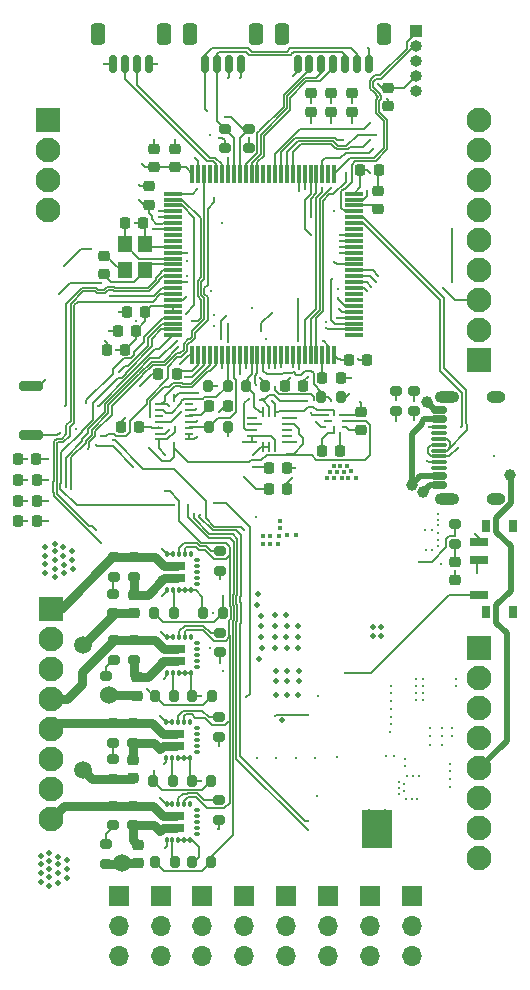
<source format=gbr>
%TF.GenerationSoftware,KiCad,Pcbnew,9.0.0*%
%TF.CreationDate,2025-04-29T18:34:20-04:00*%
%TF.ProjectId,Aurora Orbiton Edition,4175726f-7261-4204-9f72-6269746f6e20,rev?*%
%TF.SameCoordinates,Original*%
%TF.FileFunction,Copper,L1,Top*%
%TF.FilePolarity,Positive*%
%FSLAX46Y46*%
G04 Gerber Fmt 4.6, Leading zero omitted, Abs format (unit mm)*
G04 Created by KiCad (PCBNEW 9.0.0) date 2025-04-29 18:34:20*
%MOMM*%
%LPD*%
G01*
G04 APERTURE LIST*
G04 Aperture macros list*
%AMRoundRect*
0 Rectangle with rounded corners*
0 $1 Rounding radius*
0 $2 $3 $4 $5 $6 $7 $8 $9 X,Y pos of 4 corners*
0 Add a 4 corners polygon primitive as box body*
4,1,4,$2,$3,$4,$5,$6,$7,$8,$9,$2,$3,0*
0 Add four circle primitives for the rounded corners*
1,1,$1+$1,$2,$3*
1,1,$1+$1,$4,$5*
1,1,$1+$1,$6,$7*
1,1,$1+$1,$8,$9*
0 Add four rect primitives between the rounded corners*
20,1,$1+$1,$2,$3,$4,$5,0*
20,1,$1+$1,$4,$5,$6,$7,0*
20,1,$1+$1,$6,$7,$8,$9,0*
20,1,$1+$1,$8,$9,$2,$3,0*%
G04 Aperture macros list end*
%TA.AperFunction,SMDPad,CuDef*%
%ADD10RoundRect,0.225000X-0.250000X0.225000X-0.250000X-0.225000X0.250000X-0.225000X0.250000X0.225000X0*%
%TD*%
%TA.AperFunction,ComponentPad*%
%ADD11RoundRect,0.250001X-0.799999X0.799999X-0.799999X-0.799999X0.799999X-0.799999X0.799999X0.799999X0*%
%TD*%
%TA.AperFunction,ComponentPad*%
%ADD12C,2.100000*%
%TD*%
%TA.AperFunction,SMDPad,CuDef*%
%ADD13RoundRect,0.200000X-0.275000X0.200000X-0.275000X-0.200000X0.275000X-0.200000X0.275000X0.200000X0*%
%TD*%
%TA.AperFunction,SMDPad,CuDef*%
%ADD14RoundRect,0.200000X0.275000X-0.200000X0.275000X0.200000X-0.275000X0.200000X-0.275000X-0.200000X0*%
%TD*%
%TA.AperFunction,SMDPad,CuDef*%
%ADD15RoundRect,0.200000X-0.800000X0.200000X-0.800000X-0.200000X0.800000X-0.200000X0.800000X0.200000X0*%
%TD*%
%TA.AperFunction,SMDPad,CuDef*%
%ADD16R,1.200000X1.400000*%
%TD*%
%TA.AperFunction,SMDPad,CuDef*%
%ADD17RoundRect,0.225000X-0.225000X-0.250000X0.225000X-0.250000X0.225000X0.250000X-0.225000X0.250000X0*%
%TD*%
%TA.AperFunction,ComponentPad*%
%ADD18R,1.700000X1.700000*%
%TD*%
%TA.AperFunction,ComponentPad*%
%ADD19O,1.700000X1.700000*%
%TD*%
%TA.AperFunction,SMDPad,CuDef*%
%ADD20RoundRect,0.200000X-0.200000X-0.275000X0.200000X-0.275000X0.200000X0.275000X-0.200000X0.275000X0*%
%TD*%
%TA.AperFunction,SMDPad,CuDef*%
%ADD21RoundRect,0.225000X0.225000X0.250000X-0.225000X0.250000X-0.225000X-0.250000X0.225000X-0.250000X0*%
%TD*%
%TA.AperFunction,ComponentPad*%
%ADD22RoundRect,0.250001X0.799999X-0.799999X0.799999X0.799999X-0.799999X0.799999X-0.799999X-0.799999X0*%
%TD*%
%TA.AperFunction,SMDPad,CuDef*%
%ADD23RoundRect,0.200000X0.200000X0.275000X-0.200000X0.275000X-0.200000X-0.275000X0.200000X-0.275000X0*%
%TD*%
%TA.AperFunction,SMDPad,CuDef*%
%ADD24RoundRect,0.225000X0.250000X-0.225000X0.250000X0.225000X-0.250000X0.225000X-0.250000X-0.225000X0*%
%TD*%
%TA.AperFunction,SMDPad,CuDef*%
%ADD25RoundRect,0.218750X-0.218750X-0.256250X0.218750X-0.256250X0.218750X0.256250X-0.218750X0.256250X0*%
%TD*%
%TA.AperFunction,SMDPad,CuDef*%
%ADD26RoundRect,0.150000X-0.150000X-0.625000X0.150000X-0.625000X0.150000X0.625000X-0.150000X0.625000X0*%
%TD*%
%TA.AperFunction,SMDPad,CuDef*%
%ADD27RoundRect,0.250000X-0.350000X-0.650000X0.350000X-0.650000X0.350000X0.650000X-0.350000X0.650000X0*%
%TD*%
%TA.AperFunction,ComponentPad*%
%ADD28R,1.000000X1.000000*%
%TD*%
%TA.AperFunction,ComponentPad*%
%ADD29O,1.000000X1.000000*%
%TD*%
%TA.AperFunction,SMDPad,CuDef*%
%ADD30RoundRect,0.218750X-0.256250X0.218750X-0.256250X-0.218750X0.256250X-0.218750X0.256250X0.218750X0*%
%TD*%
%TA.AperFunction,SMDPad,CuDef*%
%ADD31O,0.300000X0.650000*%
%TD*%
%TA.AperFunction,SMDPad,CuDef*%
%ADD32O,0.650000X0.300000*%
%TD*%
%TA.AperFunction,SMDPad,CuDef*%
%ADD33R,1.350000X0.800000*%
%TD*%
%TA.AperFunction,SMDPad,CuDef*%
%ADD34RoundRect,0.075000X-0.725000X-0.075000X0.725000X-0.075000X0.725000X0.075000X-0.725000X0.075000X0*%
%TD*%
%TA.AperFunction,SMDPad,CuDef*%
%ADD35RoundRect,0.075000X-0.075000X-0.725000X0.075000X-0.725000X0.075000X0.725000X-0.075000X0.725000X0*%
%TD*%
%TA.AperFunction,SMDPad,CuDef*%
%ADD36RoundRect,0.150000X0.500000X-0.150000X0.500000X0.150000X-0.500000X0.150000X-0.500000X-0.150000X0*%
%TD*%
%TA.AperFunction,SMDPad,CuDef*%
%ADD37RoundRect,0.075000X0.575000X-0.075000X0.575000X0.075000X-0.575000X0.075000X-0.575000X-0.075000X0*%
%TD*%
%TA.AperFunction,HeatsinkPad*%
%ADD38O,2.100000X1.000000*%
%TD*%
%TA.AperFunction,HeatsinkPad*%
%ADD39O,1.600000X1.000000*%
%TD*%
%TA.AperFunction,SMDPad,CuDef*%
%ADD40R,0.800000X1.000000*%
%TD*%
%TA.AperFunction,SMDPad,CuDef*%
%ADD41R,1.500000X0.700000*%
%TD*%
%TA.AperFunction,SMDPad,CuDef*%
%ADD42R,0.830000X0.270000*%
%TD*%
%TA.AperFunction,SMDPad,CuDef*%
%ADD43R,0.270000X0.830000*%
%TD*%
%TA.AperFunction,SMDPad,CuDef*%
%ADD44R,0.675000X0.250000*%
%TD*%
%TA.AperFunction,SMDPad,CuDef*%
%ADD45R,0.250000X0.675000*%
%TD*%
%TA.AperFunction,SMDPad,CuDef*%
%ADD46R,0.275000X0.250000*%
%TD*%
%TA.AperFunction,SMDPad,CuDef*%
%ADD47R,0.250000X0.275000*%
%TD*%
%TA.AperFunction,SMDPad,CuDef*%
%ADD48RoundRect,0.218750X0.256250X-0.218750X0.256250X0.218750X-0.256250X0.218750X-0.256250X-0.218750X0*%
%TD*%
%TA.AperFunction,ComponentPad*%
%ADD49C,0.630000*%
%TD*%
%TA.AperFunction,SMDPad,CuDef*%
%ADD50R,2.600000X3.300000*%
%TD*%
%TA.AperFunction,ViaPad*%
%ADD51C,0.400000*%
%TD*%
%TA.AperFunction,ViaPad*%
%ADD52C,0.300000*%
%TD*%
%TA.AperFunction,ViaPad*%
%ADD53C,1.000000*%
%TD*%
%TA.AperFunction,ViaPad*%
%ADD54C,0.500000*%
%TD*%
%TA.AperFunction,ViaPad*%
%ADD55C,1.500000*%
%TD*%
%TA.AperFunction,Conductor*%
%ADD56C,0.150000*%
%TD*%
%TA.AperFunction,Conductor*%
%ADD57C,0.500000*%
%TD*%
%TA.AperFunction,Conductor*%
%ADD58C,0.200000*%
%TD*%
%TA.AperFunction,Conductor*%
%ADD59C,0.750000*%
%TD*%
G04 APERTURE END LIST*
D10*
%TO.P,C45,1*%
%TO.N,+3.3V*%
X157540460Y-55064012D03*
%TO.P,C45,2*%
%TO.N,GND*%
X157540460Y-56614012D03*
%TD*%
D11*
%TO.P,J10,1,Pin_1*%
%TO.N,/PYRO1_V*%
X129050000Y-99130000D03*
D12*
%TO.P,J10,2,Pin_2*%
%TO.N,Net-(J10-Pin_2)*%
X129050000Y-101670000D03*
%TO.P,J10,3,Pin_3*%
X129050000Y-104210000D03*
%TO.P,J10,4,Pin_4*%
%TO.N,/PYRO2_V*%
X129050000Y-106750000D03*
%TO.P,J10,5,Pin_5*%
%TO.N,/PYRO3_V*%
X129050000Y-109290000D03*
%TO.P,J10,6,Pin_6*%
%TO.N,Net-(J10-Pin_6)*%
X129050000Y-111830000D03*
%TO.P,J10,7,Pin_7*%
X129050000Y-114370000D03*
%TO.P,J10,8,Pin_8*%
%TO.N,/PYRO4_V*%
X129050000Y-116910000D03*
%TD*%
D13*
%TO.P,R42,1*%
%TO.N,/PYRO3_V*%
X134250000Y-108825000D03*
%TO.P,R42,2*%
%TO.N,/PY3_CONT*%
X134250000Y-110475000D03*
%TD*%
D14*
%TO.P,R39,1*%
%TO.N,+8V*%
X136000000Y-117475000D03*
%TO.P,R39,2*%
%TO.N,/PYRO4_V*%
X136000000Y-115825000D03*
%TD*%
%TO.P,R38,1*%
%TO.N,+8V*%
X136000000Y-110475000D03*
%TO.P,R38,2*%
%TO.N,/PYRO3_V*%
X136000000Y-108825000D03*
%TD*%
D15*
%TO.P,SW2,1,1*%
%TO.N,GND*%
X127288760Y-80272440D03*
%TO.P,SW2,2,2*%
%TO.N,/NRST*%
X127288760Y-84472440D03*
%TD*%
D16*
%TO.P,Y1,1,1*%
%TO.N,Net-(U3-PH1)*%
X137000000Y-70500000D03*
%TO.P,Y1,2,2*%
%TO.N,GND*%
X137000000Y-68300000D03*
%TO.P,Y1,3,3*%
%TO.N,Net-(U3-PH0)*%
X135250000Y-68300000D03*
%TO.P,Y1,4,4*%
%TO.N,GND*%
X135250000Y-70500000D03*
%TD*%
D10*
%TO.P,C23,1*%
%TO.N,GND*%
X156750000Y-63750000D03*
%TO.P,C23,2*%
%TO.N,Net-(C23-Pad2)*%
X156750000Y-65300000D03*
%TD*%
D17*
%TO.P,C22,1*%
%TO.N,Net-(C22-Pad1)*%
X151994920Y-79652368D03*
%TO.P,C22,2*%
%TO.N,GND*%
X153544920Y-79652368D03*
%TD*%
D13*
%TO.P,R47,1*%
%TO.N,Net-(U11-ISEN)*%
X143250000Y-108349992D03*
%TO.P,R47,2*%
%TO.N,GND*%
X143250000Y-109999992D03*
%TD*%
D18*
%TO.P,M7,1,PWM*%
%TO.N,/PWM7*%
X156050000Y-123500000D03*
D19*
%TO.P,M7,2,+*%
%TO.N,+8V*%
X156050000Y-126040000D03*
%TO.P,M7,3,-*%
%TO.N,GND*%
X156050000Y-128580000D03*
%TD*%
D20*
%TO.P,R45,1*%
%TO.N,/PY4_EN*%
X137856851Y-120626004D03*
%TO.P,R45,2*%
%TO.N,Net-(U12-EN)*%
X139506851Y-120626004D03*
%TD*%
D13*
%TO.P,R53,1*%
%TO.N,/PY3_CONT*%
X134250000Y-111899992D03*
%TO.P,R53,2*%
%TO.N,GND*%
X134250000Y-113549992D03*
%TD*%
D17*
%TO.P,C18,1*%
%TO.N,+3.3V*%
X148800000Y-80250000D03*
%TO.P,C18,2*%
%TO.N,GND*%
X150350000Y-80250000D03*
%TD*%
D10*
%TO.P,C48,1*%
%TO.N,+8V*%
X136000000Y-111949992D03*
%TO.P,C48,2*%
%TO.N,GND*%
X136000000Y-113499992D03*
%TD*%
D17*
%TO.P,C32,1*%
%TO.N,+3.3V*%
X154261390Y-78075753D03*
%TO.P,C32,2*%
%TO.N,GND*%
X155811390Y-78075753D03*
%TD*%
D21*
%TO.P,C29,1*%
%TO.N,+3.3V*%
X139653275Y-79250000D03*
%TO.P,C29,2*%
%TO.N,GND*%
X138103275Y-79250000D03*
%TD*%
D22*
%TO.P,J8,1,Pin_1*%
%TO.N,/BREAK_SCK*%
X165250000Y-78070000D03*
D12*
%TO.P,J8,2,Pin_2*%
%TO.N,/BREAK_MISO*%
X165250000Y-75530000D03*
%TO.P,J8,3,Pin_3*%
%TO.N,/BREAK_MOSI*%
X165250000Y-72990000D03*
%TO.P,J8,4,Pin_4*%
%TO.N,/CS_BREAK1*%
X165250000Y-70450000D03*
%TO.P,J8,5,Pin_5*%
%TO.N,/CS_BREAK2*%
X165250000Y-67910000D03*
%TO.P,J8,6,Pin_6*%
%TO.N,/CS_BREAK3*%
X165250000Y-65370000D03*
%TO.P,J8,7,Pin_7*%
%TO.N,/INT_BREAK1*%
X165250000Y-62830000D03*
%TO.P,J8,8,Pin_8*%
%TO.N,/INT_BREAK2*%
X165250000Y-60290000D03*
%TO.P,J8,9,Pin_9*%
%TO.N,/INT_BREAK3*%
X165250000Y-57750000D03*
%TD*%
D21*
%TO.P,C27,1*%
%TO.N,+3.3V*%
X136500000Y-83750000D03*
%TO.P,C27,2*%
%TO.N,GND*%
X134950000Y-83750000D03*
%TD*%
D14*
%TO.P,R3,1*%
%TO.N,Net-(J2-CC1)*%
X158200000Y-82375000D03*
%TO.P,R3,2*%
%TO.N,GND*%
X158200000Y-80725000D03*
%TD*%
D18*
%TO.P,M2,1,PWM*%
%TO.N,/PWM2*%
X138300000Y-123500000D03*
D19*
%TO.P,M2,2,+*%
%TO.N,+8V*%
X138300000Y-126040000D03*
%TO.P,M2,3,-*%
%TO.N,GND*%
X138300000Y-128580000D03*
%TD*%
D13*
%TO.P,R43,1*%
%TO.N,/PYRO4_V*%
X134250000Y-115825000D03*
%TO.P,R43,2*%
%TO.N,/PY4_CONT*%
X134250000Y-117475000D03*
%TD*%
D18*
%TO.P,M4,1,PWM*%
%TO.N,/PWM4*%
X145400000Y-123500000D03*
D19*
%TO.P,M4,2,+*%
%TO.N,+8V*%
X145400000Y-126040000D03*
%TO.P,M4,3,-*%
%TO.N,GND*%
X145400000Y-128580000D03*
%TD*%
D18*
%TO.P,M5,1,PWM*%
%TO.N,/PWM5*%
X148950000Y-123500000D03*
D19*
%TO.P,M5,2,+*%
%TO.N,+8V*%
X148950000Y-126040000D03*
%TO.P,M5,3,-*%
%TO.N,GND*%
X148950000Y-128580000D03*
%TD*%
D20*
%TO.P,R15,1*%
%TO.N,+3.3V*%
X142350000Y-80250000D03*
%TO.P,R15,2*%
%TO.N,/CS_IMU_A*%
X144000000Y-80250000D03*
%TD*%
D23*
%TO.P,R14,1*%
%TO.N,+3.3V*%
X153575000Y-81250000D03*
%TO.P,R14,2*%
%TO.N,/CS_BMP*%
X151925000Y-81250000D03*
%TD*%
D24*
%TO.P,C36,1*%
%TO.N,+3.3V*%
X139500000Y-61775000D03*
%TO.P,C36,2*%
%TO.N,GND*%
X139500000Y-60225000D03*
%TD*%
D21*
%TO.P,C3,1*%
%TO.N,GND*%
X136799884Y-66502317D03*
%TO.P,C3,2*%
%TO.N,Net-(U3-PH0)*%
X135249884Y-66502317D03*
%TD*%
D11*
%TO.P,J4,1,Pin_1*%
%TO.N,/GPIO1*%
X128750000Y-57750000D03*
D12*
%TO.P,J4,2,Pin_2*%
%TO.N,/GPIO2*%
X128750000Y-60290000D03*
%TO.P,J4,3,Pin_3*%
%TO.N,/GPIO3*%
X128750000Y-62830000D03*
%TO.P,J4,4,Pin_4*%
%TO.N,/GPIO4*%
X128750000Y-65370000D03*
%TD*%
D25*
%TO.P,D5,1,K*%
%TO.N,GND*%
X126212500Y-86500000D03*
%TO.P,D5,2,A*%
%TO.N,Net-(D5-A)*%
X127787500Y-86500000D03*
%TD*%
D23*
%TO.P,R32,1*%
%TO.N,/PY2_EN*%
X142650000Y-106524992D03*
%TO.P,R32,2*%
%TO.N,GND*%
X141000000Y-106524992D03*
%TD*%
%TO.P,R49,1*%
%TO.N,/PY3_EN*%
X142575000Y-113749992D03*
%TO.P,R49,2*%
%TO.N,GND*%
X140925000Y-113749992D03*
%TD*%
D18*
%TO.P,M6,1,PWM*%
%TO.N,/PWM6*%
X152500000Y-123500000D03*
D19*
%TO.P,M6,2,+*%
%TO.N,+8V*%
X152500000Y-126040000D03*
%TO.P,M6,3,-*%
%TO.N,GND*%
X152500000Y-128580000D03*
%TD*%
D26*
%TO.P,J1,1,Pin_1*%
%TO.N,GND*%
X134300000Y-53025000D03*
%TO.P,J1,2,Pin_2*%
%TO.N,/RADIO_TX*%
X135300000Y-53025000D03*
%TO.P,J1,3,Pin_3*%
%TO.N,/RADIO_RX*%
X136300000Y-53025000D03*
%TO.P,J1,4,Pin_4*%
%TO.N,+3.3V*%
X137300000Y-53025000D03*
D27*
%TO.P,J1,MP*%
%TO.N,N/C*%
X133000000Y-50500000D03*
X138600000Y-50500000D03*
%TD*%
D26*
%TO.P,J6,1,Pin_1*%
%TO.N,/GPS_SCL*%
X142100000Y-53025000D03*
%TO.P,J6,2,Pin_2*%
%TO.N,/GPS_SDA*%
X143100000Y-53025000D03*
%TO.P,J6,3,Pin_3*%
%TO.N,+3.3V*%
X144100000Y-53025000D03*
%TO.P,J6,4,Pin_4*%
%TO.N,GND*%
X145100000Y-53025000D03*
D27*
%TO.P,J6,MP*%
%TO.N,N/C*%
X140800000Y-50500000D03*
X146400000Y-50500000D03*
%TD*%
D28*
%TO.P,J9,1,Pin_1*%
%TO.N,/SWCLK*%
X159919076Y-50244481D03*
D29*
%TO.P,J9,2,Pin_2*%
%TO.N,/SWDIO*%
X159919076Y-51514481D03*
%TO.P,J9,3,Pin_3*%
%TO.N,GND*%
X159919076Y-52784481D03*
%TO.P,J9,4,Pin_4*%
%TO.N,+3.3V*%
X159919076Y-54054481D03*
%TO.P,J9,5,Pin_5*%
%TO.N,/BOOT0*%
X159919076Y-55324481D03*
%TD*%
D30*
%TO.P,D10,1,K*%
%TO.N,GND*%
X152750000Y-55500000D03*
%TO.P,D10,2,A*%
%TO.N,Net-(D10-A)*%
X152750000Y-57075000D03*
%TD*%
D13*
%TO.P,R24,1*%
%TO.N,/PYRO2_V*%
X134325000Y-101800000D03*
%TO.P,R24,2*%
%TO.N,/PY2_CONT*%
X134325000Y-103450000D03*
%TD*%
D23*
%TO.P,R31,1*%
%TO.N,/PY1_EN*%
X143575000Y-99499992D03*
%TO.P,R31,2*%
%TO.N,GND*%
X141925000Y-99499992D03*
%TD*%
D24*
%TO.P,C31,1*%
%TO.N,+3.3V*%
X137750000Y-61775000D03*
%TO.P,C31,2*%
%TO.N,GND*%
X137750000Y-60225000D03*
%TD*%
D13*
%TO.P,R4,1*%
%TO.N,VBUS*%
X163200000Y-92000000D03*
%TO.P,R4,2*%
%TO.N,Net-(D2-A)*%
X163200000Y-93650000D03*
%TD*%
D31*
%TO.P,U12,1,GND*%
%TO.N,GND*%
X138809447Y-118761568D03*
%TO.P,U12,2,EN*%
%TO.N,Net-(U12-EN)*%
X139309447Y-118761568D03*
%TO.P,U12,3,FRS*%
%TO.N,GND*%
X139809447Y-118761568D03*
%TO.P,U12,4,DIR*%
X140309447Y-118761568D03*
%TO.P,U12,5,DSC*%
X140809447Y-118761568D03*
D32*
%TO.P,U12,6,NC*%
%TO.N,unconnected-(U12-NC-Pad6)*%
X141359447Y-118211568D03*
%TO.P,U12,7,NC*%
%TO.N,unconnected-(U12-NC-Pad7)*%
X141359447Y-117711568D03*
%TO.P,U12,8,NC*%
%TO.N,unconnected-(U12-NC-Pad8)*%
X141359447Y-117211568D03*
%TO.P,U12,9,NC*%
%TO.N,unconnected-(U12-NC-Pad9)*%
X141359447Y-116711568D03*
%TO.P,U12,10,NC*%
%TO.N,unconnected-(U12-NC-Pad10)*%
X141359447Y-116211568D03*
D31*
%TO.P,U12,11,~{FAULT}*%
%TO.N,unconnected-(U12-~{FAULT}-Pad11)*%
X140809447Y-115661568D03*
%TO.P,U12,12,LATCH*%
%TO.N,+3.3V*%
X140309447Y-115661568D03*
%TO.P,U12,13,ISEN*%
%TO.N,Net-(U12-ISEN)*%
X139809447Y-115661568D03*
%TO.P,U12,14,VOV*%
%TO.N,GND*%
X139309447Y-115661568D03*
%TO.P,U12,15,GND*%
X138809447Y-115661568D03*
D32*
%TO.P,U12,16,VOUT*%
%TO.N,/PYRO4_V*%
X138259447Y-116211568D03*
%TO.P,U12,17,VOUT*%
X138259447Y-116711568D03*
%TO.P,U12,19,VIN*%
%TO.N,+8V*%
X138259447Y-117711568D03*
%TO.P,U12,20,VOUT*%
X138259447Y-118211568D03*
D33*
%TO.P,U12,21,VOUT*%
%TO.N,/PYRO4_V*%
X139639447Y-116711568D03*
%TO.P,U12,22,VIN*%
%TO.N,+8V*%
X139639447Y-117711568D03*
%TD*%
D13*
%TO.P,R48,1*%
%TO.N,Net-(U12-ISEN)*%
X143210812Y-115362264D03*
%TO.P,R48,2*%
%TO.N,GND*%
X143210812Y-117012264D03*
%TD*%
D25*
%TO.P,D6,1,K*%
%TO.N,GND*%
X126250000Y-88250000D03*
%TO.P,D6,2,A*%
%TO.N,Net-(D6-A)*%
X127825000Y-88250000D03*
%TD*%
D10*
%TO.P,C5,1*%
%TO.N,GND*%
X133500000Y-69275000D03*
%TO.P,C5,2*%
%TO.N,Net-(U3-PH1)*%
X133500000Y-70825000D03*
%TD*%
D34*
%TO.P,U3,1,PE2*%
%TO.N,/PY2_LED*%
X139325000Y-64000000D03*
%TO.P,U3,2,PE3*%
%TO.N,/PY3_LED*%
X139325000Y-64500000D03*
%TO.P,U3,3,PE4*%
%TO.N,/PY4_LED*%
X139325000Y-65000000D03*
%TO.P,U3,4,PE5*%
%TO.N,/DC_IN2*%
X139325000Y-65500000D03*
%TO.P,U3,5,PE6*%
%TO.N,/DC_IN1*%
X139325000Y-66000000D03*
%TO.P,U3,6,VBAT*%
%TO.N,+3.3V*%
X139325000Y-66500000D03*
%TO.P,U3,7,PC13*%
%TO.N,/PY1_EN*%
X139325000Y-67000000D03*
%TO.P,U3,8,PC14*%
%TO.N,unconnected-(U3-PC14-Pad8)*%
X139325000Y-67500000D03*
%TO.P,U3,9,PC15*%
%TO.N,unconnected-(U3-PC15-Pad9)*%
X139325000Y-68000000D03*
%TO.P,U3,10,VSS*%
%TO.N,GND*%
X139325000Y-68500000D03*
%TO.P,U3,11,VDD*%
%TO.N,+3.3V*%
X139325000Y-69000000D03*
%TO.P,U3,12,PH0*%
%TO.N,Net-(U3-PH0)*%
X139325000Y-69500000D03*
%TO.P,U3,13,PH1*%
%TO.N,Net-(U3-PH1)*%
X139325000Y-70000000D03*
%TO.P,U3,14,NRST*%
%TO.N,/NRST*%
X139325000Y-70500000D03*
%TO.P,U3,15,PC0*%
%TO.N,/PY1_CONT*%
X139325000Y-71000000D03*
%TO.P,U3,16,PC1*%
%TO.N,/VBAT_MEASURED*%
X139325000Y-71500000D03*
%TO.P,U3,17,PC2_C*%
%TO.N,/PY2_EN*%
X139325000Y-72000000D03*
%TO.P,U3,18,PC3_C*%
%TO.N,/PY2_CONT*%
X139325000Y-72500000D03*
%TO.P,U3,19,VSSA*%
%TO.N,GND*%
X139325000Y-73000000D03*
%TO.P,U3,20,VREF+*%
%TO.N,+3.3V*%
X139325000Y-73500000D03*
%TO.P,U3,21,VDDA*%
X139325000Y-74000000D03*
%TO.P,U3,22,PA0*%
%TO.N,/PY3_CONT*%
X139325000Y-74500000D03*
%TO.P,U3,23,PA1*%
%TO.N,/PY3_EN*%
X139325000Y-75000000D03*
%TO.P,U3,24,PA2*%
%TO.N,/PY4_EN*%
X139325000Y-75500000D03*
%TO.P,U3,25,PA3*%
%TO.N,/PY4_CONT*%
X139325000Y-76000000D03*
D35*
%TO.P,U3,26,VSS*%
%TO.N,GND*%
X141000000Y-77675000D03*
%TO.P,U3,27,VDD*%
%TO.N,+3.3V*%
X141500000Y-77675000D03*
%TO.P,U3,28,PA4*%
%TO.N,/LOAD*%
X142000000Y-77675000D03*
%TO.P,U3,29,PA5*%
%TO.N,/SENS_SCK*%
X142500000Y-77675000D03*
%TO.P,U3,30,PA6*%
%TO.N,/SENS_MISO*%
X143000000Y-77675000D03*
%TO.P,U3,31,PA7*%
%TO.N,/SENS_MOSI*%
X143500000Y-77675000D03*
%TO.P,U3,32,PC4*%
%TO.N,/CS_IMU_A*%
X144000000Y-77675000D03*
%TO.P,U3,33,PC5*%
%TO.N,/CS_IMU_G*%
X144500000Y-77675000D03*
%TO.P,U3,34,PB0*%
%TO.N,/INT_IMU_A*%
X145000000Y-77675000D03*
%TO.P,U3,35,PB1*%
%TO.N,/INT_IMU_G*%
X145500000Y-77675000D03*
%TO.P,U3,36,PB2*%
%TO.N,/CS_HIG*%
X146000000Y-77675000D03*
%TO.P,U3,37,PE7*%
%TO.N,/INT_HIG*%
X146500000Y-77675000D03*
%TO.P,U3,38,PE8*%
%TO.N,/CS_BMP*%
X147000000Y-77675000D03*
%TO.P,U3,39,PE9*%
%TO.N,/PWM1*%
X147500000Y-77675000D03*
%TO.P,U3,40,PE10*%
%TO.N,/INT_BMP*%
X148000000Y-77675000D03*
%TO.P,U3,41,PE11*%
%TO.N,/PWM2*%
X148500000Y-77675000D03*
%TO.P,U3,42,PE12*%
%TO.N,unconnected-(U3-PE12-Pad42)*%
X149000000Y-77675000D03*
%TO.P,U3,43,PE13*%
%TO.N,/PWM3*%
X149500000Y-77675000D03*
%TO.P,U3,44,PE14*%
%TO.N,/PWM4*%
X150000000Y-77675000D03*
%TO.P,U3,45,PE15*%
%TO.N,/LED_R*%
X150500000Y-77675000D03*
%TO.P,U3,46,PB10*%
%TO.N,/LED_G*%
X151000000Y-77675000D03*
%TO.P,U3,47,PB11*%
%TO.N,/LED_B*%
X151500000Y-77675000D03*
%TO.P,U3,48,VCAP*%
%TO.N,Net-(C22-Pad1)*%
X152000000Y-77675000D03*
%TO.P,U3,49,VSS*%
%TO.N,GND*%
X152500000Y-77675000D03*
%TO.P,U3,50,VDD*%
%TO.N,+3.3V*%
X153000000Y-77675000D03*
D34*
%TO.P,U3,51,PB12*%
%TO.N,unconnected-(U3-PB12-Pad51)*%
X154675000Y-76000000D03*
%TO.P,U3,52,PB13*%
%TO.N,/DATA_SCK*%
X154675000Y-75500000D03*
%TO.P,U3,53,PB14*%
%TO.N,/DATA_MISO*%
X154675000Y-75000000D03*
%TO.P,U3,54,PB15*%
%TO.N,/DATA_MOSI*%
X154675000Y-74500000D03*
%TO.P,U3,55,PD8*%
%TO.N,/CS_FLASH*%
X154675000Y-74000000D03*
%TO.P,U3,56,PD9*%
%TO.N,/CS_SD*%
X154675000Y-73500000D03*
%TO.P,U3,57,PD10*%
%TO.N,unconnected-(U3-PD10-Pad57)*%
X154675000Y-73000000D03*
%TO.P,U3,58,PD11*%
%TO.N,unconnected-(U3-PD11-Pad58)*%
X154675000Y-72500000D03*
%TO.P,U3,59,PD12*%
%TO.N,/PWM5*%
X154675000Y-72000000D03*
%TO.P,U3,60,PD13*%
%TO.N,/PWM6*%
X154675000Y-71500000D03*
%TO.P,U3,61,PD14*%
%TO.N,/PWM7*%
X154675000Y-71000000D03*
%TO.P,U3,62,PD15*%
%TO.N,/PWM8*%
X154675000Y-70500000D03*
%TO.P,U3,63,PC6*%
%TO.N,/BUZZER*%
X154675000Y-70000000D03*
%TO.P,U3,64,PC7*%
%TO.N,unconnected-(U3-PC7-Pad64)*%
X154675000Y-69500000D03*
%TO.P,U3,65,PC8*%
%TO.N,/GPIO4*%
X154675000Y-69000000D03*
%TO.P,U3,66,PC9*%
%TO.N,/GPIO3*%
X154675000Y-68500000D03*
%TO.P,U3,67,PA8*%
%TO.N,/GPIO2*%
X154675000Y-68000000D03*
%TO.P,U3,68,PA9*%
%TO.N,/GPIO1*%
X154675000Y-67500000D03*
%TO.P,U3,69,PA10*%
%TO.N,unconnected-(U3-PA10-Pad69)*%
X154675000Y-67000000D03*
%TO.P,U3,70,PA11*%
%TO.N,/USB_M*%
X154675000Y-66500000D03*
%TO.P,U3,71,PA12*%
%TO.N,/USB_P*%
X154675000Y-66000000D03*
%TO.P,U3,72,PA13*%
%TO.N,/SWDIO*%
X154675000Y-65500000D03*
%TO.P,U3,73,VCAP*%
%TO.N,Net-(C23-Pad2)*%
X154675000Y-65000000D03*
%TO.P,U3,74,VSS*%
%TO.N,GND*%
X154675000Y-64500000D03*
%TO.P,U3,75,VDD*%
%TO.N,+3.3V*%
X154675000Y-64000000D03*
D35*
%TO.P,U3,76,PA14*%
%TO.N,/SWCLK*%
X153000000Y-62325000D03*
%TO.P,U3,77,PA15*%
%TO.N,unconnected-(U3-PA15-Pad77)*%
X152500000Y-62325000D03*
%TO.P,U3,78,PC10*%
%TO.N,/BREAK_SCK*%
X152000000Y-62325000D03*
%TO.P,U3,79,PC11*%
%TO.N,/BREAK_MISO*%
X151500000Y-62325000D03*
%TO.P,U3,80,PC12*%
%TO.N,/BREAK_MOSI*%
X151000000Y-62325000D03*
%TO.P,U3,81,PD0*%
%TO.N,/CS_BREAK2*%
X150500000Y-62325000D03*
%TO.P,U3,82,PD1*%
%TO.N,/CS_BREAK1*%
X150000000Y-62325000D03*
%TO.P,U3,83,PD2*%
%TO.N,/CS_BREAK3*%
X149500000Y-62325000D03*
%TO.P,U3,84,PD3*%
%TO.N,/INT_BREAK1*%
X149000000Y-62325000D03*
%TO.P,U3,85,PD4*%
%TO.N,/INT_BREAK2*%
X148500000Y-62325000D03*
%TO.P,U3,86,PD5*%
%TO.N,/INT_BREAK3*%
X148000000Y-62325000D03*
%TO.P,U3,87,PD6*%
%TO.N,unconnected-(U3-PD6-Pad87)*%
X147500000Y-62325000D03*
%TO.P,U3,88,PD7*%
%TO.N,unconnected-(U3-PD7-Pad88)*%
X147000000Y-62325000D03*
%TO.P,U3,89,PB3*%
%TO.N,/RTK_RX*%
X146500000Y-62325000D03*
%TO.P,U3,90,PB4*%
%TO.N,/RTK_TX*%
X146000000Y-62325000D03*
%TO.P,U3,91,PB5*%
%TO.N,/RTK_IO*%
X145500000Y-62325000D03*
%TO.P,U3,92,PB6*%
%TO.N,/GPS_SCL*%
X145000000Y-62325000D03*
%TO.P,U3,93,PB7*%
%TO.N,/GPS_SDA*%
X144500000Y-62325000D03*
%TO.P,U3,94,BOOT0*%
%TO.N,/BOOT0*%
X144000000Y-62325000D03*
%TO.P,U3,95,PB8*%
%TO.N,/RADIO_RX*%
X143500000Y-62325000D03*
%TO.P,U3,96,PB9*%
%TO.N,/RADIO_TX*%
X143000000Y-62325000D03*
%TO.P,U3,97,PE0*%
%TO.N,unconnected-(U3-PE0-Pad97)*%
X142500000Y-62325000D03*
%TO.P,U3,98,PE1*%
%TO.N,/PY1_LED*%
X142000000Y-62325000D03*
%TO.P,U3,99,VSS*%
%TO.N,GND*%
X141500000Y-62325000D03*
%TO.P,U3,100,VDD*%
%TO.N,+3.3V*%
X141000000Y-62325000D03*
%TD*%
D13*
%TO.P,R29,1*%
%TO.N,Net-(U9-ISEN)*%
X143325000Y-94274992D03*
%TO.P,R29,2*%
%TO.N,GND*%
X143325000Y-95924992D03*
%TD*%
D18*
%TO.P,M3,1,PWM*%
%TO.N,/PWM3*%
X141850000Y-123500000D03*
D19*
%TO.P,M3,2,+*%
%TO.N,+8V*%
X141850000Y-126040000D03*
%TO.P,M3,3,-*%
%TO.N,GND*%
X141850000Y-128580000D03*
%TD*%
D13*
%TO.P,R35,1*%
%TO.N,/PY2_CONT*%
X133650000Y-104825000D03*
%TO.P,R35,2*%
%TO.N,GND*%
X133650000Y-106475000D03*
%TD*%
D10*
%TO.P,C41,1*%
%TO.N,+8V*%
X136300000Y-104949992D03*
%TO.P,C41,2*%
%TO.N,GND*%
X136300000Y-106499992D03*
%TD*%
D21*
%TO.P,C34,1*%
%TO.N,+3.3V*%
X135325000Y-77200000D03*
%TO.P,C34,2*%
%TO.N,GND*%
X133775000Y-77200000D03*
%TD*%
D31*
%TO.P,U11,1,GND*%
%TO.N,GND*%
X138800000Y-111799992D03*
%TO.P,U11,2,EN*%
%TO.N,Net-(U11-EN)*%
X139300000Y-111799992D03*
%TO.P,U11,3,FRS*%
%TO.N,GND*%
X139800000Y-111799992D03*
%TO.P,U11,4,DIR*%
X140300000Y-111799992D03*
%TO.P,U11,5,DSC*%
X140800000Y-111799992D03*
D32*
%TO.P,U11,6,NC*%
%TO.N,unconnected-(U11-NC-Pad6)*%
X141350000Y-111249992D03*
%TO.P,U11,7,NC*%
%TO.N,unconnected-(U11-NC-Pad7)*%
X141350000Y-110749992D03*
%TO.P,U11,8,NC*%
%TO.N,unconnected-(U11-NC-Pad8)*%
X141350000Y-110249992D03*
%TO.P,U11,9,NC*%
%TO.N,unconnected-(U11-NC-Pad9)*%
X141350000Y-109749992D03*
%TO.P,U11,10,NC*%
%TO.N,unconnected-(U11-NC-Pad10)*%
X141350000Y-109249992D03*
D31*
%TO.P,U11,11,~{FAULT}*%
%TO.N,unconnected-(U11-~{FAULT}-Pad11)*%
X140800000Y-108699992D03*
%TO.P,U11,12,LATCH*%
%TO.N,+3.3V*%
X140300000Y-108699992D03*
%TO.P,U11,13,ISEN*%
%TO.N,Net-(U11-ISEN)*%
X139800000Y-108699992D03*
%TO.P,U11,14,VOV*%
%TO.N,GND*%
X139300000Y-108699992D03*
%TO.P,U11,15,GND*%
X138800000Y-108699992D03*
D32*
%TO.P,U11,16,VOUT*%
%TO.N,/PYRO3_V*%
X138250000Y-109249992D03*
%TO.P,U11,17,VOUT*%
X138250000Y-109749992D03*
%TO.P,U11,19,VIN*%
%TO.N,+8V*%
X138250000Y-110749992D03*
%TO.P,U11,20,VOUT*%
X138250000Y-111249992D03*
D33*
%TO.P,U11,21,VOUT*%
%TO.N,/PYRO3_V*%
X139630000Y-109749992D03*
%TO.P,U11,22,VIN*%
%TO.N,+8V*%
X139630000Y-110749992D03*
%TD*%
D23*
%TO.P,R19,1*%
%TO.N,+3.3V*%
X144016680Y-83750000D03*
%TO.P,R19,2*%
%TO.N,/CS_IMU_G*%
X142366680Y-83750000D03*
%TD*%
D13*
%TO.P,R30,1*%
%TO.N,Net-(U10-ISEN)*%
X143325000Y-101199992D03*
%TO.P,R30,2*%
%TO.N,GND*%
X143325000Y-102849992D03*
%TD*%
D24*
%TO.P,C21,1*%
%TO.N,+3.3V*%
X155250000Y-84037500D03*
%TO.P,C21,2*%
%TO.N,GND*%
X155250000Y-82487500D03*
%TD*%
D17*
%TO.P,C24,1*%
%TO.N,+3.3V*%
X147475000Y-87250000D03*
%TO.P,C24,2*%
%TO.N,GND*%
X149025000Y-87250000D03*
%TD*%
D10*
%TO.P,C40,1*%
%TO.N,+8V*%
X136050000Y-97949992D03*
%TO.P,C40,2*%
%TO.N,GND*%
X136050000Y-99499992D03*
%TD*%
D20*
%TO.P,R28,1*%
%TO.N,/PY2_EN*%
X137825000Y-106500000D03*
%TO.P,R28,2*%
%TO.N,Net-(U10-EN)*%
X139475000Y-106500000D03*
%TD*%
D18*
%TO.P,M1,1,PWM*%
%TO.N,/PWM1*%
X134750000Y-123500000D03*
D19*
%TO.P,M1,2,+*%
%TO.N,+8V*%
X134750000Y-126040000D03*
%TO.P,M1,3,-*%
%TO.N,GND*%
X134750000Y-128580000D03*
%TD*%
D13*
%TO.P,R23,1*%
%TO.N,/PYRO1_V*%
X134325000Y-94775000D03*
%TO.P,R23,2*%
%TO.N,/PY1_CONT*%
X134325000Y-96425000D03*
%TD*%
D25*
%TO.P,D8,1,K*%
%TO.N,GND*%
X126250000Y-91750000D03*
%TO.P,D8,2,A*%
%TO.N,Net-(D8-A)*%
X127825000Y-91750000D03*
%TD*%
D10*
%TO.P,C49,1*%
%TO.N,+8V*%
X136400000Y-119125000D03*
%TO.P,C49,2*%
%TO.N,GND*%
X136400000Y-120675000D03*
%TD*%
D13*
%TO.P,R34,1*%
%TO.N,/PY1_CONT*%
X134300000Y-97875000D03*
%TO.P,R34,2*%
%TO.N,GND*%
X134300000Y-99525000D03*
%TD*%
D31*
%TO.P,U9,1,GND*%
%TO.N,GND*%
X138875000Y-97599992D03*
%TO.P,U9,2,EN*%
%TO.N,Net-(U9-EN)*%
X139375000Y-97599992D03*
%TO.P,U9,3,FRS*%
%TO.N,GND*%
X139875000Y-97599992D03*
%TO.P,U9,4,DIR*%
X140375000Y-97599992D03*
%TO.P,U9,5,DSC*%
X140875000Y-97599992D03*
D32*
%TO.P,U9,6,NC*%
%TO.N,unconnected-(U9-NC-Pad6)*%
X141425000Y-97049992D03*
%TO.P,U9,7,NC*%
%TO.N,unconnected-(U9-NC-Pad7)*%
X141425000Y-96549992D03*
%TO.P,U9,8,NC*%
%TO.N,unconnected-(U9-NC-Pad8)*%
X141425000Y-96049992D03*
%TO.P,U9,9,NC*%
%TO.N,unconnected-(U9-NC-Pad9)*%
X141425000Y-95549992D03*
%TO.P,U9,10,NC*%
%TO.N,unconnected-(U9-NC-Pad10)*%
X141425000Y-95049992D03*
D31*
%TO.P,U9,11,~{FAULT}*%
%TO.N,unconnected-(U9-~{FAULT}-Pad11)*%
X140875000Y-94499992D03*
%TO.P,U9,12,LATCH*%
%TO.N,+3.3V*%
X140375000Y-94499992D03*
%TO.P,U9,13,ISEN*%
%TO.N,Net-(U9-ISEN)*%
X139875000Y-94499992D03*
%TO.P,U9,14,VOV*%
%TO.N,GND*%
X139375000Y-94499992D03*
%TO.P,U9,15,GND*%
X138875000Y-94499992D03*
D32*
%TO.P,U9,16,VOUT*%
%TO.N,/PYRO1_V*%
X138325000Y-95049992D03*
%TO.P,U9,17,VOUT*%
X138325000Y-95549992D03*
%TO.P,U9,19,VIN*%
%TO.N,+8V*%
X138325000Y-96549992D03*
%TO.P,U9,20,VOUT*%
X138325000Y-97049992D03*
D33*
%TO.P,U9,21,VOUT*%
%TO.N,/PYRO1_V*%
X139705000Y-95549992D03*
%TO.P,U9,22,VIN*%
%TO.N,+8V*%
X139705000Y-96549992D03*
%TD*%
D21*
%TO.P,C33,1*%
%TO.N,+3.3V*%
X136250000Y-75600000D03*
%TO.P,C33,2*%
%TO.N,GND*%
X134700000Y-75600000D03*
%TD*%
D25*
%TO.P,D7,1,K*%
%TO.N,GND*%
X126250000Y-90000000D03*
%TO.P,D7,2,A*%
%TO.N,Net-(D7-A)*%
X127825000Y-90000000D03*
%TD*%
D36*
%TO.P,J2,A1,GND*%
%TO.N,GND*%
X161880000Y-88700000D03*
%TO.P,J2,A4,VBUS*%
%TO.N,VBUS*%
X161880000Y-87900000D03*
D37*
%TO.P,J2,A5,CC1*%
%TO.N,Net-(J2-CC1)*%
X161880000Y-86750000D03*
%TO.P,J2,A6,D+*%
%TO.N,/USB_P*%
X161880000Y-85750000D03*
%TO.P,J2,A7,D-*%
%TO.N,/USB_M*%
X161880000Y-85250000D03*
%TO.P,J2,A8*%
%TO.N,N/C*%
X161880000Y-84250000D03*
D36*
%TO.P,J2,A9,VBUS*%
%TO.N,VBUS*%
X161880000Y-83100000D03*
%TO.P,J2,A12,GND*%
%TO.N,GND*%
X161880000Y-82300000D03*
%TO.P,J2,B1,GND*%
X161880000Y-82300000D03*
%TO.P,J2,B4,VBUS*%
%TO.N,VBUS*%
X161880000Y-83100000D03*
D37*
%TO.P,J2,B5,CC2*%
%TO.N,Net-(J2-CC2)*%
X161880000Y-83750000D03*
%TO.P,J2,B6,D+*%
%TO.N,/USB_P*%
X161880000Y-84750000D03*
%TO.P,J2,B7,D-*%
%TO.N,/USB_M*%
X161880000Y-86250000D03*
%TO.P,J2,B8*%
%TO.N,N/C*%
X161880000Y-87250000D03*
D36*
%TO.P,J2,B9,VBUS*%
%TO.N,VBUS*%
X161880000Y-87900000D03*
%TO.P,J2,B12,GND*%
%TO.N,GND*%
X161880000Y-88700000D03*
D38*
%TO.P,J2,S1,SHIELD*%
%TO.N,Net-(J2-SHIELD)*%
X162520000Y-89820000D03*
D39*
X166700000Y-89820000D03*
D38*
X162520000Y-81180000D03*
D39*
X166700000Y-81180000D03*
%TD*%
D20*
%TO.P,R27,1*%
%TO.N,/PY1_EN*%
X137750000Y-99499992D03*
%TO.P,R27,2*%
%TO.N,Net-(U9-EN)*%
X139400000Y-99499992D03*
%TD*%
%TO.P,R44,1*%
%TO.N,/PY3_EN*%
X137675000Y-113749992D03*
%TO.P,R44,2*%
%TO.N,Net-(U11-EN)*%
X139325000Y-113749992D03*
%TD*%
D14*
%TO.P,R20,1*%
%TO.N,+8V*%
X136075000Y-96425000D03*
%TO.P,R20,2*%
%TO.N,/PYRO1_V*%
X136075000Y-94775000D03*
%TD*%
D40*
%TO.P,SW1,*%
%TO.N,*%
X165890000Y-99400000D03*
X168100000Y-99400000D03*
X165890000Y-92100000D03*
X168100000Y-92100000D03*
D41*
%TO.P,SW1,1,A*%
%TO.N,Net-(SW1-A)*%
X165240000Y-98000000D03*
%TO.P,SW1,2,B*%
%TO.N,/EN*%
X165240000Y-95000000D03*
%TO.P,SW1,3,C*%
%TO.N,GND*%
X165240000Y-93500000D03*
%TD*%
D30*
%TO.P,D11,1,K*%
%TO.N,GND*%
X154500000Y-55500000D03*
%TO.P,D11,2,A*%
%TO.N,Net-(D11-A)*%
X154500000Y-57075000D03*
%TD*%
D42*
%TO.P,U6,1,VDD_IO*%
%TO.N,+3.3V*%
X148970000Y-85000000D03*
%TO.P,U6,2*%
%TO.N,N/C*%
X148970000Y-84500000D03*
%TO.P,U6,3*%
X148970000Y-84000000D03*
%TO.P,U6,4,SCL*%
%TO.N,/SENS_SCK*%
X148970000Y-83500000D03*
%TO.P,U6,5,GND*%
%TO.N,GND*%
X148970000Y-83000000D03*
D43*
%TO.P,U6,6,SDA/SDI/SDO*%
%TO.N,/SENS_MOSI*%
X148000000Y-82530000D03*
%TO.P,U6,7,SDO/SAO*%
%TO.N,/SENS_MISO*%
X147500000Y-82530000D03*
%TO.P,U6,8,CS*%
%TO.N,/CS_HIG*%
X147000000Y-82530000D03*
D42*
%TO.P,U6,9,INT2*%
%TO.N,unconnected-(U6-INT2-Pad9)*%
X146030000Y-83000000D03*
%TO.P,U6,10,GND*%
%TO.N,GND*%
X146030000Y-83500000D03*
%TO.P,U6,11,INT1*%
%TO.N,/INT_HIG*%
X146030000Y-84000000D03*
%TO.P,U6,12,GND*%
%TO.N,GND*%
X146030000Y-84500000D03*
%TO.P,U6,13,GND*%
X146030000Y-85000000D03*
D43*
%TO.P,U6,14,VDD*%
%TO.N,+3.3V*%
X147000000Y-85470000D03*
%TO.P,U6,15,VDD*%
X147500000Y-85470000D03*
%TO.P,U6,16,GND*%
%TO.N,GND*%
X148000000Y-85470000D03*
%TD*%
D13*
%TO.P,R12,1*%
%TO.N,/GPS_SCL*%
X145750000Y-58500000D03*
%TO.P,R12,2*%
%TO.N,+3.3V*%
X145750000Y-60150000D03*
%TD*%
D24*
%TO.P,C30,1*%
%TO.N,+3.3V*%
X137362818Y-64935932D03*
%TO.P,C30,2*%
%TO.N,GND*%
X137362818Y-63385932D03*
%TD*%
D17*
%TO.P,C37,1*%
%TO.N,+3.3V*%
X155225000Y-62000000D03*
%TO.P,C37,2*%
%TO.N,GND*%
X156775000Y-62000000D03*
%TD*%
D21*
%TO.P,C35,1*%
%TO.N,+3.3V*%
X137025000Y-74000000D03*
%TO.P,C35,2*%
%TO.N,GND*%
X135475000Y-74000000D03*
%TD*%
D13*
%TO.P,R13,1*%
%TO.N,/GPS_SDA*%
X143750000Y-58500000D03*
%TO.P,R13,2*%
%TO.N,+3.3V*%
X143750000Y-60150000D03*
%TD*%
%TO.P,R54,1*%
%TO.N,/PY4_CONT*%
X133650000Y-119075000D03*
%TO.P,R54,2*%
%TO.N,GND*%
X133650000Y-120725000D03*
%TD*%
D18*
%TO.P,M8,1,PWM*%
%TO.N,/PWM8*%
X159600000Y-123500000D03*
D19*
%TO.P,M8,2,+*%
%TO.N,+8V*%
X159600000Y-126040000D03*
%TO.P,M8,3,-*%
%TO.N,GND*%
X159600000Y-128580000D03*
%TD*%
D31*
%TO.P,U10,1,GND*%
%TO.N,GND*%
X138875000Y-104624992D03*
%TO.P,U10,2,EN*%
%TO.N,Net-(U10-EN)*%
X139375000Y-104624992D03*
%TO.P,U10,3,FRS*%
%TO.N,GND*%
X139875000Y-104624992D03*
%TO.P,U10,4,DIR*%
X140375000Y-104624992D03*
%TO.P,U10,5,DSC*%
X140875000Y-104624992D03*
D32*
%TO.P,U10,6,NC*%
%TO.N,unconnected-(U10-NC-Pad6)*%
X141425000Y-104074992D03*
%TO.P,U10,7,NC*%
%TO.N,unconnected-(U10-NC-Pad7)*%
X141425000Y-103574992D03*
%TO.P,U10,8,NC*%
%TO.N,unconnected-(U10-NC-Pad8)*%
X141425000Y-103074992D03*
%TO.P,U10,9,NC*%
%TO.N,unconnected-(U10-NC-Pad9)*%
X141425000Y-102574992D03*
%TO.P,U10,10,NC*%
%TO.N,unconnected-(U10-NC-Pad10)*%
X141425000Y-102074992D03*
D31*
%TO.P,U10,11,~{FAULT}*%
%TO.N,unconnected-(U10-~{FAULT}-Pad11)*%
X140875000Y-101524992D03*
%TO.P,U10,12,LATCH*%
%TO.N,+3.3V*%
X140375000Y-101524992D03*
%TO.P,U10,13,ISEN*%
%TO.N,Net-(U10-ISEN)*%
X139875000Y-101524992D03*
%TO.P,U10,14,VOV*%
%TO.N,GND*%
X139375000Y-101524992D03*
%TO.P,U10,15,GND*%
X138875000Y-101524992D03*
D32*
%TO.P,U10,16,VOUT*%
%TO.N,/PYRO2_V*%
X138325000Y-102074992D03*
%TO.P,U10,17,VOUT*%
X138325000Y-102574992D03*
%TO.P,U10,19,VIN*%
%TO.N,+8V*%
X138325000Y-103574992D03*
%TO.P,U10,20,VOUT*%
X138325000Y-104074992D03*
D33*
%TO.P,U10,21,VOUT*%
%TO.N,/PYRO2_V*%
X139705000Y-102574992D03*
%TO.P,U10,22,VIN*%
%TO.N,+8V*%
X139705000Y-103574992D03*
%TD*%
D17*
%TO.P,C26,1*%
%TO.N,+3.3V*%
X142418346Y-82000000D03*
%TO.P,C26,2*%
%TO.N,GND*%
X143968346Y-82000000D03*
%TD*%
D26*
%TO.P,J3,1,Pin_1*%
%TO.N,GND*%
X149909968Y-53020433D03*
%TO.P,J3,2,Pin_2*%
%TO.N,/RTK_IO*%
X150909968Y-53020433D03*
%TO.P,J3,3,Pin_3*%
%TO.N,/RTK_TX*%
X151909968Y-53020433D03*
%TO.P,J3,4,Pin_4*%
%TO.N,/RTK_RX*%
X152909968Y-53020433D03*
%TO.P,J3,5,Pin_5*%
%TO.N,/GPS_SDA*%
X153909968Y-53020433D03*
%TO.P,J3,6,Pin_6*%
%TO.N,/GPS_SCL*%
X154909968Y-53020433D03*
%TO.P,J3,7,Pin_7*%
%TO.N,+3.3V*%
X155909968Y-53020433D03*
D27*
%TO.P,J3,MP*%
%TO.N,N/C*%
X148609968Y-50495433D03*
X157209968Y-50495433D03*
%TD*%
D44*
%TO.P,U5,1,INT2*%
%TO.N,unconnected-(U5-INT2-Pad1)*%
X140686159Y-81813322D03*
%TO.P,U5,2,NC*%
%TO.N,GND*%
X140686159Y-82313322D03*
%TO.P,U5,3,VDD*%
%TO.N,+3.3V*%
X140686159Y-82813322D03*
%TO.P,U5,4,GND*%
%TO.N,GND*%
X140686159Y-83313322D03*
%TO.P,U5,5,CSB2*%
%TO.N,/CS_IMU_G*%
X140686159Y-83813322D03*
%TO.P,U5,6,GNDIO*%
%TO.N,GND*%
X140686159Y-84313322D03*
%TO.P,U5,7,PS*%
X140686159Y-84813322D03*
D45*
%TO.P,U5,8,SCK*%
%TO.N,/SENS_SCK*%
X139423659Y-85325822D03*
D44*
%TO.P,U5,9,SDI*%
%TO.N,/SENS_MOSI*%
X138161159Y-84813322D03*
%TO.P,U5,10,SDO2*%
%TO.N,/SENS_MISO*%
X138161159Y-84313322D03*
%TO.P,U5,11,VDDIO*%
%TO.N,+3.3V*%
X138161159Y-83813322D03*
%TO.P,U5,12,INT3*%
%TO.N,/INT_IMU_G*%
X138161159Y-83313322D03*
%TO.P,U5,13,INT4*%
%TO.N,unconnected-(U5-INT4-Pad13)*%
X138161159Y-82813322D03*
%TO.P,U5,14,CSB1*%
%TO.N,/CS_IMU_A*%
X138161159Y-82313322D03*
%TO.P,U5,15,SDO1*%
%TO.N,/SENS_MISO*%
X138161159Y-81813322D03*
D45*
%TO.P,U5,16,INT1*%
%TO.N,/INT_IMU_A*%
X139423659Y-81300822D03*
%TD*%
D23*
%TO.P,R50,1*%
%TO.N,/PY4_EN*%
X142599391Y-120629219D03*
%TO.P,R50,2*%
%TO.N,GND*%
X140949391Y-120629219D03*
%TD*%
D17*
%TO.P,C25,1*%
%TO.N,+3.3V*%
X147475000Y-89000000D03*
%TO.P,C25,2*%
%TO.N,GND*%
X149025000Y-89000000D03*
%TD*%
D23*
%TO.P,R16,1*%
%TO.N,+3.3V*%
X147150000Y-80250000D03*
%TO.P,R16,2*%
%TO.N,/CS_HIG*%
X145500000Y-80250000D03*
%TD*%
D14*
%TO.P,R5,1*%
%TO.N,Net-(J2-CC2)*%
X159750000Y-82400000D03*
%TO.P,R5,2*%
%TO.N,GND*%
X159750000Y-80750000D03*
%TD*%
D46*
%TO.P,U4,1,VDDIO*%
%TO.N,+3.3V*%
X153762500Y-83762500D03*
%TO.P,U4,2,SCK/SCL*%
%TO.N,/SENS_SCK*%
X153762500Y-83262500D03*
D47*
%TO.P,U4,3,VSS/GND*%
%TO.N,GND*%
X153500000Y-82750000D03*
%TO.P,U4,4,SDI/SDO/SDA*%
%TO.N,/SENS_MOSI*%
X153000000Y-82750000D03*
%TO.P,U4,5,SDO/DNC/SA0*%
%TO.N,/SENS_MISO*%
X152500000Y-82750000D03*
D46*
%TO.P,U4,6,~{CS}*%
%TO.N,/CS_BMP*%
X152237500Y-83262500D03*
%TO.P,U4,7,INT/DNC*%
%TO.N,/INT_BMP*%
X152237500Y-83762500D03*
D47*
%TO.P,U4,8,VSS/GND*%
%TO.N,GND*%
X152500000Y-84275000D03*
%TO.P,U4,9,VSS/GND*%
X153000000Y-84275000D03*
%TO.P,U4,10,VDD*%
%TO.N,+3.3V*%
X153500000Y-84275000D03*
%TD*%
D11*
%TO.P,J11,1,Pin_1*%
%TO.N,+BATT*%
X165250000Y-102500000D03*
D12*
%TO.P,J11,2,Pin_2*%
%TO.N,GND*%
X165250000Y-105040000D03*
%TO.P,J11,3,Pin_3*%
%TO.N,+8V*%
X165250000Y-107580000D03*
%TO.P,J11,4,Pin_4*%
%TO.N,GND*%
X165250000Y-110120000D03*
%TO.P,J11,5,Pin_5*%
%TO.N,+3.3V*%
X165250000Y-112660000D03*
%TO.P,J11,6,Pin_6*%
%TO.N,GND*%
X165250000Y-115200000D03*
%TO.P,J11,7,Pin_7*%
%TO.N,/OUT1*%
X165250000Y-117740000D03*
%TO.P,J11,8,Pin_8*%
%TO.N,/OUT2*%
X165250000Y-120280000D03*
%TD*%
D21*
%TO.P,C20,1*%
%TO.N,+3.3V*%
X153525000Y-85762500D03*
%TO.P,C20,2*%
%TO.N,GND*%
X151975000Y-85762500D03*
%TD*%
D48*
%TO.P,D2,1,K*%
%TO.N,GND*%
X163200000Y-96737500D03*
%TO.P,D2,2,A*%
%TO.N,Net-(D2-A)*%
X163200000Y-95162500D03*
%TD*%
D30*
%TO.P,D9,1,K*%
%TO.N,GND*%
X151000000Y-55500000D03*
%TO.P,D9,2,A*%
%TO.N,Net-(D9-A)*%
X151000000Y-57075000D03*
%TD*%
D14*
%TO.P,R21,1*%
%TO.N,+8V*%
X136075000Y-103450000D03*
%TO.P,R21,2*%
%TO.N,/PYRO2_V*%
X136075000Y-101800000D03*
%TD*%
D49*
%TO.P,U8,9,GND*%
%TO.N,GND*%
X155976049Y-116471187D03*
X155976049Y-117771187D03*
X155976049Y-119071187D03*
D50*
X156626049Y-117771187D03*
D49*
X157276049Y-116471187D03*
X157276049Y-117771187D03*
X157276049Y-119071187D03*
%TD*%
D51*
%TO.N,+3.3V*%
X152950000Y-87050000D03*
X154400000Y-87500000D03*
D52*
X142850000Y-75250000D03*
X144000000Y-84500000D03*
X140500000Y-69700000D03*
X136500000Y-64500000D03*
X147200000Y-76350000D03*
X143250000Y-59250000D03*
D51*
X154050000Y-87050000D03*
D52*
X149800000Y-85000000D03*
D51*
X153500000Y-87050000D03*
X153650000Y-88050000D03*
X152650000Y-87550000D03*
D52*
X136200000Y-74750000D03*
X153500000Y-84700000D03*
D53*
X167900000Y-87800000D03*
D52*
X143050000Y-80250000D03*
X146150000Y-86100000D03*
X144000000Y-54250000D03*
X134501000Y-77200000D03*
X152300000Y-74850000D03*
X146150000Y-87150000D03*
D51*
X154850000Y-88050000D03*
X154200000Y-88050000D03*
D52*
X149250000Y-79650000D03*
X138000000Y-53000000D03*
X145350000Y-88000000D03*
X137500000Y-83750000D03*
X153500000Y-78000000D03*
D51*
X152350000Y-88050000D03*
X153250000Y-87550000D03*
D52*
X140700000Y-79000000D03*
X154250000Y-84050000D03*
X153350000Y-72050000D03*
D51*
X153850000Y-87550000D03*
D52*
X145750000Y-59250000D03*
D51*
X152950000Y-88050000D03*
D52*
X155900000Y-51700000D03*
X140550000Y-69000000D03*
X154250000Y-81000000D03*
X136750000Y-61500000D03*
X141750000Y-82750000D03*
X146750000Y-79600000D03*
X138700000Y-89200000D03*
X156750000Y-54750000D03*
X156000000Y-62250000D03*
D54*
%TO.N,GND*%
X157000000Y-101450000D03*
X128500000Y-95400000D03*
X149000000Y-106450000D03*
X128850000Y-120500000D03*
D51*
X148450000Y-92300000D03*
D52*
X127000000Y-88250000D03*
X161750000Y-92700000D03*
D53*
X160550000Y-89250000D03*
D52*
X164900000Y-92800000D03*
X157500000Y-56000000D03*
X145250000Y-85000000D03*
X141550000Y-119350000D03*
X141350000Y-84600000D03*
D54*
X128850000Y-122650000D03*
X157000000Y-100700000D03*
D52*
X148100000Y-111800000D03*
X157750000Y-109550000D03*
X133975000Y-75600000D03*
X151350000Y-111750000D03*
D54*
X128500000Y-93950000D03*
X129600000Y-120150000D03*
D52*
X143500000Y-66500000D03*
X139500000Y-59500000D03*
X141250000Y-61000000D03*
D54*
X130800000Y-95000000D03*
D52*
X128500000Y-79750000D03*
X145000000Y-54250000D03*
X157800000Y-108900000D03*
X166500000Y-86250000D03*
X162950000Y-109900000D03*
X138450000Y-98050000D03*
D54*
X148050000Y-106450000D03*
D52*
X143300000Y-103700000D03*
X160500000Y-105700000D03*
D54*
X129600000Y-121550000D03*
D55*
X133903000Y-106450000D03*
D52*
X155200000Y-81650000D03*
X159950000Y-105700000D03*
D54*
X130100000Y-96150000D03*
D52*
X157800000Y-106950000D03*
X142450000Y-102500000D03*
X136600000Y-80250000D03*
D54*
X128500000Y-96100000D03*
D52*
X133500000Y-53000000D03*
X138250000Y-115150000D03*
X149500000Y-54000000D03*
X160750000Y-94150000D03*
D51*
X148300000Y-92950000D03*
D52*
X141700000Y-113750000D03*
X151000000Y-56361500D03*
X159750000Y-81550000D03*
X162950000Y-109250000D03*
D54*
X130350000Y-120450000D03*
X129350000Y-95000000D03*
D52*
X141750000Y-106500000D03*
X151550000Y-115000000D03*
X146800000Y-83500000D03*
X157800000Y-105650000D03*
D54*
X130800000Y-94250000D03*
X128850000Y-121900000D03*
D52*
X127000000Y-91750000D03*
X160500000Y-106300000D03*
D51*
X146950000Y-93000000D03*
D52*
X138550000Y-105100000D03*
X138250000Y-108200000D03*
D55*
X131750000Y-112800000D03*
D52*
X140450000Y-72750000D03*
X161750000Y-92050000D03*
X157800000Y-108300000D03*
X127000000Y-90000000D03*
D51*
X147600000Y-93000000D03*
D52*
X138400000Y-94050000D03*
X162800000Y-112900000D03*
D55*
X135000000Y-120700000D03*
D52*
X158200000Y-81475000D03*
D54*
X128500000Y-94700000D03*
D52*
X139950000Y-78400000D03*
X152750000Y-56361500D03*
X162150000Y-109900000D03*
X143250000Y-82500000D03*
X143250000Y-110750000D03*
X162150000Y-110700000D03*
D54*
X128150000Y-121500000D03*
D52*
X161750000Y-91150000D03*
X157800000Y-107650000D03*
X149750000Y-83000000D03*
X149750000Y-111800000D03*
X137750000Y-59500000D03*
D51*
X149000000Y-92900000D03*
D52*
X146450000Y-111800000D03*
X150750000Y-79500000D03*
X163300000Y-105700000D03*
X143200000Y-117800000D03*
D54*
X129600000Y-120800000D03*
D51*
X149750000Y-92900000D03*
D52*
X162800000Y-113600000D03*
X160500000Y-105100000D03*
X143350000Y-96600000D03*
X149400000Y-88100000D03*
D51*
X147600000Y-93650000D03*
D52*
X135250000Y-83000000D03*
D54*
X128850000Y-119800000D03*
D52*
X153000000Y-65500000D03*
X162800000Y-114200000D03*
X161150000Y-109900000D03*
X143600000Y-104400000D03*
X156750000Y-63000000D03*
X159950000Y-106300000D03*
X138600000Y-112300000D03*
D54*
X130050000Y-94650000D03*
X130100000Y-95450000D03*
D53*
X160850000Y-81650000D03*
D52*
X161750000Y-91650000D03*
D51*
X148400000Y-91750000D03*
D52*
X160500000Y-106900000D03*
X157800000Y-106300000D03*
X161150000Y-109250000D03*
X140500000Y-70950000D03*
X155000000Y-78000000D03*
X141850000Y-98150000D03*
D54*
X149900000Y-106450000D03*
D52*
X153200000Y-111700000D03*
X158050000Y-111650000D03*
X152050000Y-76500000D03*
X134750000Y-74000000D03*
X163200000Y-95950000D03*
X161300000Y-94150000D03*
D54*
X129650000Y-122350000D03*
D52*
X160700000Y-92500000D03*
X133600000Y-76450000D03*
X153000000Y-83750000D03*
D51*
X148250000Y-93650000D03*
D52*
X161750000Y-93800000D03*
D54*
X128150000Y-122250000D03*
D52*
X161750000Y-93300000D03*
X155750000Y-63750000D03*
X141300000Y-82200000D03*
D54*
X130350000Y-121200000D03*
D52*
X162050000Y-95350000D03*
D54*
X148550000Y-108600000D03*
D52*
X161150000Y-110700000D03*
D54*
X130850000Y-95750000D03*
X128150000Y-120100000D03*
X130050000Y-93900000D03*
D52*
X161250000Y-92500000D03*
D54*
X130350000Y-121950000D03*
X128850000Y-121150000D03*
D52*
X138350000Y-101100000D03*
D54*
X129350000Y-93650000D03*
D52*
X149700000Y-87250000D03*
D54*
X129350000Y-94300000D03*
X128150000Y-120800000D03*
D52*
X162150000Y-109250000D03*
D54*
X156250000Y-101450000D03*
D51*
X147000000Y-93650000D03*
D52*
X136100000Y-66500000D03*
X157350000Y-111650000D03*
X136450000Y-63300000D03*
X162800000Y-112300000D03*
X159950000Y-105100000D03*
D55*
X131750000Y-102250000D03*
D52*
X141350000Y-83250000D03*
X142550000Y-72250000D03*
X142500000Y-59000000D03*
X138650000Y-119400000D03*
X142850000Y-74250000D03*
X134300000Y-69850000D03*
X163300000Y-105100000D03*
X127000000Y-86500000D03*
D54*
X156250000Y-100700000D03*
D52*
X142750000Y-99500000D03*
X154400000Y-79650000D03*
X154500000Y-56361500D03*
D54*
X129350000Y-96500000D03*
D52*
X131150000Y-83950000D03*
X159950000Y-106900000D03*
D54*
X129350000Y-95800000D03*
D52*
%TO.N,/LOAD*%
X140400000Y-79550000D03*
X142850000Y-90200000D03*
X145550000Y-106650000D03*
D54*
%TO.N,+8V*%
X146850000Y-102500000D03*
X146800000Y-100600000D03*
X148950000Y-101500000D03*
D52*
X159100000Y-115250000D03*
X146350000Y-91350000D03*
X159000000Y-112500000D03*
X159000000Y-111850000D03*
D54*
X136000000Y-118350000D03*
X147950000Y-102450000D03*
D52*
X160050000Y-115250000D03*
D54*
X137400000Y-104750000D03*
D52*
X158500000Y-114300000D03*
D54*
X149950000Y-102450000D03*
X149950000Y-100600000D03*
X146500000Y-98800000D03*
D52*
X158500000Y-113800000D03*
X158500000Y-114850000D03*
D54*
X136075000Y-97150000D03*
X148950000Y-99700000D03*
X146800000Y-99750000D03*
X137200000Y-97850000D03*
X136075000Y-104200000D03*
X147950000Y-101550000D03*
X137000000Y-110450000D03*
D52*
X159700000Y-113350000D03*
D54*
X146800000Y-101500000D03*
X149000000Y-102450000D03*
D52*
X158950000Y-114600000D03*
D54*
X147950000Y-100650000D03*
X147950000Y-99700000D03*
X137200000Y-117450000D03*
X136000000Y-111150000D03*
D52*
X159550000Y-115250000D03*
X159150000Y-113350000D03*
D54*
X146550000Y-97900000D03*
D52*
X158950000Y-114000000D03*
X146000000Y-73650000D03*
D54*
X149950000Y-101500000D03*
D52*
X160200000Y-113350000D03*
D54*
X146600000Y-103400000D03*
X149000000Y-100600000D03*
D52*
%TO.N,/NRST*%
X130200000Y-82000000D03*
X129750000Y-84250000D03*
%TO.N,/PWM1*%
X147500000Y-78800000D03*
%TO.N,/PWM2*%
X148500000Y-78700000D03*
%TO.N,/PWM3*%
X149500000Y-78650000D03*
%TO.N,/PWM4*%
X150000000Y-78850000D03*
%TO.N,/PWM5*%
X155750000Y-72250000D03*
%TO.N,/PWM6*%
X156125000Y-71875000D03*
%TO.N,/PWM7*%
X156500000Y-71500000D03*
%TO.N,/PWM8*%
X156750000Y-71000000D03*
%TO.N,/BOOT0*%
X144000000Y-61000000D03*
%TO.N,/GPS_SCL*%
X142250000Y-57000000D03*
X143750000Y-57500000D03*
%TO.N,/CS_BMP*%
X152700000Y-81600000D03*
X152700000Y-83250000D03*
%TO.N,/CS_FLASH*%
X144000000Y-76600000D03*
X153400000Y-73750000D03*
X144050000Y-75050000D03*
%TO.N,/CS_SD*%
X153300000Y-72850000D03*
X149950000Y-76500000D03*
X149950000Y-72900000D03*
%TO.N,/PY1_CONT*%
X134300000Y-97150000D03*
X133250000Y-93600000D03*
%TO.N,/PY2_CONT*%
X132850000Y-92450000D03*
X133662500Y-104112500D03*
%TO.N,/PY1_EN*%
X143550000Y-98050000D03*
X137700000Y-67000000D03*
X134250000Y-84900000D03*
X132450000Y-68700000D03*
X145400000Y-92450000D03*
X130100000Y-70150000D03*
%TO.N,Net-(D11-A)*%
X154500000Y-58000000D03*
D54*
%TO.N,Net-(IC1-IN_1)*%
X148050000Y-104450000D03*
X150000000Y-104450000D03*
X149000000Y-105250000D03*
X149000000Y-104450000D03*
X150000000Y-105250000D03*
X148050000Y-105250000D03*
D52*
%TO.N,/PY2_EN*%
X133250000Y-71600000D03*
X137150000Y-105950000D03*
X129700000Y-72500000D03*
X132800000Y-85250000D03*
X136000000Y-87150000D03*
X134050000Y-72650000D03*
%TO.N,Net-(SW1-A)*%
X153950000Y-104600000D03*
%TO.N,VBUS*%
X160200000Y-95150000D03*
D53*
X159550000Y-88650000D03*
D52*
%TO.N,/PY1_LED*%
X132125000Y-85625000D03*
%TO.N,Net-(D5-A)*%
X128750000Y-86500000D03*
%TO.N,/PY2_LED*%
X142810002Y-64350000D03*
X141400000Y-63650000D03*
X133250000Y-84500000D03*
%TO.N,/PY3_LED*%
X130750000Y-89000000D03*
X141000000Y-74750000D03*
X139770869Y-77020869D03*
%TO.N,Net-(D6-A)*%
X128750000Y-88250000D03*
%TO.N,Net-(D7-A)*%
X128750000Y-90000000D03*
%TO.N,/PY4_LED*%
X130269000Y-88800763D03*
X140450000Y-74150000D03*
X139650000Y-76450000D03*
%TO.N,/PY3_CONT*%
X132025000Y-81750000D03*
X134250000Y-111200000D03*
%TO.N,/PY4_CONT*%
X133042032Y-81942032D03*
X133650000Y-118200000D03*
%TO.N,/PY3_EN*%
X134800000Y-79100000D03*
X137750000Y-112850000D03*
%TO.N,/PY4_EN*%
X140619000Y-90381000D03*
X139400000Y-90400000D03*
%TO.N,Net-(D8-A)*%
X128750000Y-91750000D03*
%TO.N,/LED_R*%
X152000000Y-63500000D03*
%TO.N,/LED_G*%
X152750000Y-63500000D03*
%TO.N,Net-(D9-A)*%
X151000000Y-58000000D03*
%TO.N,Net-(D10-A)*%
X152750000Y-58000000D03*
%TO.N,/LED_B*%
X154000000Y-62250000D03*
%TO.N,/BUZZER*%
X153000000Y-69750000D03*
%TO.N,/INT_BREAK3*%
X156000000Y-58000000D03*
%TO.N,/GPIO2*%
X153500000Y-68000000D03*
%TO.N,/BREAK_MISO*%
X151000000Y-66000000D03*
%TO.N,/DATA_SCK*%
X152300000Y-75365000D03*
%TO.N,/SENS_MISO*%
X139000000Y-84000000D03*
X151000000Y-82600000D03*
X146754838Y-81504838D03*
X139000000Y-82000000D03*
X150700000Y-81549998D03*
%TO.N,/DATA_MOSI*%
X147700000Y-74095000D03*
X153250000Y-74500000D03*
X146800000Y-75600000D03*
%TO.N,Net-(IC1-OVLO)*%
X148000000Y-108200000D03*
X150800000Y-108150000D03*
%TO.N,/CS_BREAK3*%
X156000000Y-59500000D03*
%TO.N,/BREAK_MOSI*%
X151000000Y-67500000D03*
X162250000Y-72000000D03*
%TO.N,/CS_BREAK2*%
X150500000Y-63569763D03*
%TO.N,/INT_BREAK2*%
X153750000Y-59500000D03*
%TO.N,/CS_BREAK1*%
X150000000Y-63750000D03*
%TO.N,/GPIO1*%
X153500000Y-67500000D03*
%TO.N,/INT_IMU_G*%
X140000000Y-82500000D03*
X145500000Y-78800000D03*
%TO.N,/INT_IMU_A*%
X141450000Y-80850000D03*
X145000000Y-79300000D03*
%TO.N,/INT_BMP*%
X148000000Y-78800000D03*
X151450000Y-83350000D03*
X151250000Y-81450000D03*
X148000000Y-80350000D03*
%TO.N,/GPIO4*%
X153500000Y-69000000D03*
%TO.N,/GPIO3*%
X153500000Y-68500000D03*
%TO.N,/DATA_MISO*%
X143859881Y-74359881D03*
X143450000Y-76350000D03*
X152800000Y-71250000D03*
%TO.N,/SENS_MOSI*%
X139500000Y-83750000D03*
X143500000Y-78750000D03*
X138700000Y-86100000D03*
X147750000Y-81600000D03*
%TO.N,/USB_M*%
X163750000Y-83750000D03*
X163500000Y-85500000D03*
%TO.N,/DC_IN1*%
X141600000Y-91200000D03*
X138150000Y-66000000D03*
X150800000Y-117150000D03*
%TO.N,/INT_BREAK1*%
X156500000Y-59000000D03*
%TO.N,/BREAK_SCK*%
X163000000Y-67000000D03*
X163000000Y-71500000D03*
X156250000Y-60250000D03*
%TO.N,/INT_HIG*%
X145750000Y-81350000D03*
X146400000Y-80200000D03*
%TO.N,/SENS_SCK*%
X137400000Y-82950000D03*
X137350000Y-85500000D03*
%TO.N,/DC_IN2*%
X150800000Y-117900000D03*
X138150000Y-65500000D03*
X141100000Y-91150000D03*
%TO.N,Net-(J2-CC1)*%
X160900000Y-86600000D03*
X158200000Y-83250000D03*
%TO.N,Net-(J2-CC2)*%
X161000000Y-83750000D03*
X159750000Y-83200000D03*
%TO.N,/VBAT_MEASURED*%
X140500000Y-71500000D03*
%TO.N,/EN*%
X165100000Y-96150000D03*
X151650000Y-106500000D03*
%TD*%
D56*
%TO.N,+3.3V*%
X155909968Y-51709968D02*
X155900000Y-51700000D01*
X155909968Y-53020433D02*
X155909968Y-51709968D01*
%TO.N,GND*%
X146030000Y-83500000D02*
X146800000Y-83500000D01*
%TO.N,/PY2_LED*%
X141050000Y-64000000D02*
X141400000Y-63650000D01*
X139325000Y-64000000D02*
X141050000Y-64000000D01*
%TO.N,+3.3V*%
X147150000Y-80000000D02*
X146750000Y-79600000D01*
X141253455Y-108375992D02*
X142033210Y-108375992D01*
X153575753Y-78075753D02*
X153500000Y-78000000D01*
X157064012Y-55064012D02*
X156750000Y-54750000D01*
X140700000Y-79000000D02*
X139903275Y-79000000D01*
X140309447Y-115384113D02*
X140632992Y-115060568D01*
D57*
X167955000Y-97645574D02*
X167955000Y-93854426D01*
D56*
X149050000Y-80000000D02*
X149150000Y-80000000D01*
X144076000Y-93876000D02*
X144076000Y-93872284D01*
X140300000Y-108224992D02*
X140426000Y-108098992D01*
X155225000Y-62000000D02*
X155750000Y-62000000D01*
D57*
X166741000Y-100351000D02*
X166741000Y-98859574D01*
D56*
X137362818Y-64935932D02*
X137362818Y-65654555D01*
X140632992Y-115060568D02*
X141267244Y-115060568D01*
X154250000Y-84050000D02*
X155237500Y-84050000D01*
X141750000Y-82750000D02*
X140749481Y-82750000D01*
X142350000Y-80250000D02*
X143050000Y-80250000D01*
X153500000Y-78000000D02*
X153325000Y-78000000D01*
X147475000Y-89000000D02*
X146350000Y-89000000D01*
X143250000Y-59250000D02*
X143500000Y-59250000D01*
X144173000Y-98944284D02*
X144173000Y-94628000D01*
D57*
X167600000Y-101210000D02*
X166741000Y-100351000D01*
D56*
X144100000Y-53025000D02*
X144100000Y-54150000D01*
X142025254Y-94152992D02*
X142425255Y-94552992D01*
X137595000Y-66175237D02*
X137950763Y-66531000D01*
X154000000Y-81250000D02*
X154250000Y-81000000D01*
X142426668Y-94552992D02*
X142824668Y-94950992D01*
X136935932Y-64935932D02*
X136500000Y-64500000D01*
X140309447Y-115661568D02*
X140309447Y-115384113D01*
X140450000Y-61775000D02*
X139500000Y-61775000D01*
X137025000Y-61775000D02*
X136750000Y-61500000D01*
X141872668Y-100923992D02*
X142824668Y-101875992D01*
X140974999Y-79000000D02*
X140700000Y-79000000D01*
D57*
X167951000Y-87851000D02*
X167900000Y-87800000D01*
D56*
X144150000Y-108709000D02*
X144121000Y-108680000D01*
X139500000Y-61775000D02*
X137750000Y-61775000D01*
X147150000Y-80250000D02*
X147150000Y-80000000D01*
X142244940Y-116038264D02*
X143711736Y-116038264D01*
X141519517Y-94152992D02*
X142025254Y-94152992D01*
X143750000Y-59500000D02*
X143750000Y-60150000D01*
D57*
X167955000Y-93854426D02*
X166741000Y-92640426D01*
D56*
X140749481Y-82750000D02*
X140686159Y-82813322D01*
X153762500Y-83762500D02*
X153962500Y-83762500D01*
X143802708Y-93598992D02*
X142257557Y-93598992D01*
X141000000Y-62325000D02*
X140450000Y-61775000D01*
D57*
X166741000Y-92640426D02*
X166741000Y-91423917D01*
D56*
X139900000Y-90000000D02*
X139100000Y-89200000D01*
X140426000Y-108098992D02*
X140976455Y-108098992D01*
X140976455Y-108098992D02*
X141253455Y-108375992D01*
X142824668Y-101875992D02*
X143802708Y-101875992D01*
X153525000Y-85762500D02*
X153525000Y-84725000D01*
D57*
X166741000Y-91423917D02*
X167951000Y-90213917D01*
D56*
X144100000Y-54150000D02*
X144000000Y-54250000D01*
X158909545Y-55064012D02*
X159919076Y-54054481D01*
X148800000Y-80250000D02*
X148600000Y-80250000D01*
X137362818Y-65654555D02*
X137595000Y-65886737D01*
X153500000Y-84275000D02*
X153500000Y-84700000D01*
X140500000Y-93899992D02*
X141266516Y-93899992D01*
X139900000Y-91750000D02*
X139900000Y-90000000D01*
X137025000Y-73975000D02*
X137500000Y-73500000D01*
X154261390Y-78075753D02*
X153575753Y-78075753D01*
X140501000Y-100923992D02*
X141872668Y-100923992D01*
X154675000Y-64000000D02*
X155225000Y-63450000D01*
X153575000Y-81250000D02*
X154000000Y-81250000D01*
X155225000Y-63450000D02*
X155225000Y-62000000D01*
X144076000Y-93872284D02*
X143802708Y-93598992D01*
X148800000Y-80250000D02*
X149050000Y-80000000D01*
X136250000Y-76275000D02*
X135325000Y-77200000D01*
X143802708Y-101875992D02*
X144123000Y-101555700D01*
X141267244Y-115060568D02*
X142244940Y-116038264D01*
X145750000Y-60150000D02*
X145750000Y-59250000D01*
X143500000Y-59250000D02*
X143750000Y-59500000D01*
X137500000Y-83750000D02*
X136500000Y-83750000D01*
X144251000Y-99977700D02*
X144251000Y-99022284D01*
X142824668Y-94950992D02*
X143850008Y-94950992D01*
X153525000Y-84725000D02*
X153500000Y-84700000D01*
X153962500Y-83762500D02*
X154250000Y-84050000D01*
X137563322Y-83813322D02*
X137500000Y-83750000D01*
X143850008Y-94950992D02*
X144173000Y-94628000D01*
X144150000Y-101429000D02*
X144121000Y-101400000D01*
X142257557Y-93598992D02*
X142256557Y-93597992D01*
X155750000Y-62000000D02*
X156000000Y-62250000D01*
X137500000Y-73500000D02*
X139325000Y-73500000D01*
X141749406Y-93597992D02*
X141495405Y-93343992D01*
X144251000Y-99022284D02*
X144173000Y-98944284D01*
X137025000Y-74000000D02*
X137025000Y-74825000D01*
X144016680Y-84483320D02*
X144000000Y-84500000D01*
X138453889Y-66531000D02*
X138484889Y-66500000D01*
X137025000Y-74000000D02*
X137025000Y-73975000D01*
X137975000Y-53025000D02*
X138000000Y-53000000D01*
X140375000Y-101524992D02*
X140375000Y-101049992D01*
X137300000Y-53025000D02*
X137975000Y-53025000D01*
D57*
X167951000Y-90213917D02*
X167951000Y-87851000D01*
D56*
X147375000Y-87150000D02*
X147475000Y-87250000D01*
D57*
X165250000Y-112660000D02*
X167600000Y-110310000D01*
D56*
X139325000Y-69000000D02*
X140550000Y-69000000D01*
X137950763Y-66531000D02*
X138453889Y-66531000D01*
X140375000Y-101049992D02*
X140501000Y-100923992D01*
X138484889Y-66500000D02*
X139325000Y-66500000D01*
D57*
X166741000Y-98859574D02*
X167955000Y-97645574D01*
D56*
X137362818Y-64935932D02*
X136935932Y-64935932D01*
X140300000Y-108699992D02*
X140300000Y-108224992D01*
X144123000Y-101555700D02*
X144123000Y-100105700D01*
X146350000Y-89000000D02*
X145350000Y-88000000D01*
X142418346Y-82081654D02*
X141750000Y-82750000D01*
X139325000Y-74000000D02*
X139325000Y-73500000D01*
X139903275Y-79000000D02*
X139653275Y-79250000D01*
X144150000Y-108651000D02*
X144150000Y-101429000D01*
X142425255Y-94552992D02*
X142426668Y-94552992D01*
X155237500Y-84050000D02*
X155250000Y-84037500D01*
X144173000Y-94628000D02*
X144173000Y-93973000D01*
X141493992Y-93343992D02*
X139900000Y-91750000D01*
X141495405Y-93343992D02*
X141493992Y-93343992D01*
X157540460Y-55064012D02*
X158909545Y-55064012D01*
X142418346Y-82000000D02*
X142418346Y-82081654D01*
X141500000Y-77675000D02*
X141500000Y-78474999D01*
X136250000Y-75600000D02*
X136250000Y-76275000D01*
X144016680Y-83750000D02*
X144016680Y-84483320D01*
X144121000Y-108680000D02*
X144150000Y-108651000D01*
X146150000Y-87150000D02*
X147375000Y-87150000D01*
X142033210Y-108375992D02*
X142683210Y-109025992D01*
X147000000Y-85470000D02*
X146780000Y-85470000D01*
X143711736Y-116038264D02*
X144150000Y-115600000D01*
X141266516Y-93899992D02*
X141519517Y-94152992D01*
X148970000Y-85000000D02*
X149800000Y-85000000D01*
X147000000Y-85470000D02*
X147500000Y-85470000D01*
X137025000Y-74825000D02*
X136250000Y-75600000D01*
D57*
X167600000Y-110310000D02*
X167600000Y-101210000D01*
D56*
X148800000Y-80250000D02*
X148800000Y-80100000D01*
X157540460Y-55064012D02*
X157064012Y-55064012D01*
X141500000Y-78474999D02*
X140974999Y-79000000D01*
X143775008Y-109025992D02*
X144121000Y-108680000D01*
X140375000Y-94499992D02*
X140375000Y-94024992D01*
X142683210Y-109025992D02*
X143775008Y-109025992D01*
X138097837Y-83750000D02*
X138161159Y-83813322D01*
X148800000Y-80100000D02*
X149250000Y-79650000D01*
X138161159Y-83813322D02*
X137563322Y-83813322D01*
X137595000Y-65886737D02*
X137595000Y-66175237D01*
X137750000Y-61775000D02*
X137025000Y-61775000D01*
X144173000Y-93973000D02*
X144076000Y-93876000D01*
X153325000Y-78000000D02*
X153000000Y-77675000D01*
X135325000Y-77200000D02*
X134501000Y-77200000D01*
X146780000Y-85470000D02*
X146150000Y-86100000D01*
X144150000Y-115600000D02*
X144150000Y-108709000D01*
X140375000Y-94024992D02*
X140500000Y-93899992D01*
X144123000Y-100105700D02*
X144251000Y-99977700D01*
X142256557Y-93597992D02*
X141749406Y-93597992D01*
X139100000Y-89200000D02*
X138700000Y-89200000D01*
%TO.N,Net-(U3-PH0)*%
X136450000Y-69500000D02*
X139325000Y-69500000D01*
X135250000Y-68300000D02*
X135250000Y-66502433D01*
X135250000Y-66502433D02*
X135249884Y-66502317D01*
X135250000Y-68300000D02*
X136450000Y-69500000D01*
D58*
%TO.N,GND*%
X126212500Y-86500000D02*
X127000000Y-86500000D01*
D59*
X134975000Y-120725000D02*
X135000000Y-120700000D01*
D56*
X140925000Y-113749992D02*
X141699992Y-113749992D01*
X140675000Y-77675000D02*
X139950000Y-78400000D01*
X146030000Y-85000000D02*
X145250000Y-85000000D01*
X148000000Y-85470000D02*
X148000000Y-84868000D01*
X141000000Y-77675000D02*
X140675000Y-77675000D01*
X143250000Y-109999992D02*
X143250000Y-110750000D01*
X133775000Y-77200000D02*
X133775000Y-76625000D01*
X133775000Y-76625000D02*
X133600000Y-76450000D01*
X141299992Y-97599992D02*
X141850000Y-98150000D01*
X138875000Y-104624992D02*
X138875000Y-104775000D01*
D59*
X133650000Y-106475000D02*
X133878000Y-106475000D01*
D56*
X138849992Y-94499992D02*
X138400000Y-94050000D01*
D59*
X134300000Y-99700000D02*
X131750000Y-102250000D01*
D56*
X154397632Y-79652368D02*
X154400000Y-79650000D01*
X138103275Y-79250000D02*
X137600000Y-79250000D01*
X141286678Y-83313322D02*
X141350000Y-83250000D01*
D57*
X161100000Y-88700000D02*
X160550000Y-89250000D01*
D56*
X165240000Y-93500000D02*
X165240000Y-93140000D01*
X138875000Y-94499992D02*
X138849992Y-94499992D01*
X150350000Y-80250000D02*
X150503368Y-80403368D01*
X150350000Y-79900000D02*
X150750000Y-79500000D01*
X139325000Y-73000000D02*
X140200000Y-73000000D01*
X137600000Y-79250000D02*
X136600000Y-80250000D01*
X152500000Y-77675000D02*
X152500000Y-76876532D01*
X149700000Y-87250000D02*
X149025000Y-87250000D01*
X138809447Y-115661568D02*
X139309447Y-115661568D01*
X138800000Y-111799992D02*
X138800000Y-112100000D01*
X143750000Y-82000000D02*
X143250000Y-82500000D01*
X149025000Y-88475000D02*
X149400000Y-88100000D01*
X138875000Y-101524992D02*
X138774992Y-101524992D01*
X139375000Y-94499992D02*
X138875000Y-94499992D01*
X140875000Y-104624992D02*
X139875000Y-104624992D01*
X141850000Y-99424992D02*
X141925000Y-99499992D01*
X143325000Y-102849992D02*
X143325000Y-103675000D01*
X151975000Y-85762500D02*
X151975000Y-84800000D01*
X138809447Y-119240553D02*
X138650000Y-119400000D01*
X141500000Y-61250000D02*
X141250000Y-61000000D01*
X141136678Y-84813322D02*
X141350000Y-84600000D01*
D58*
X126250000Y-90000000D02*
X127000000Y-90000000D01*
D56*
X139809447Y-118761568D02*
X140309447Y-118761568D01*
D57*
X161880000Y-82300000D02*
X161500000Y-82300000D01*
D56*
X138774992Y-101524992D02*
X138350000Y-101100000D01*
X153000000Y-84275000D02*
X152500000Y-84275000D01*
D57*
X161500000Y-82300000D02*
X160850000Y-81650000D01*
D59*
X132499992Y-113549992D02*
X131750000Y-112800000D01*
D56*
X133725000Y-69275000D02*
X134300000Y-69850000D01*
X134950000Y-70500000D02*
X134300000Y-69850000D01*
D58*
X156750000Y-63750000D02*
X156750000Y-63000000D01*
D56*
X153500000Y-82750000D02*
X154987500Y-82750000D01*
X140800000Y-111799992D02*
X140800000Y-113624992D01*
X140875000Y-104624992D02*
X140875000Y-106399992D01*
X158200000Y-80725000D02*
X158200000Y-81475000D01*
X140875000Y-97599992D02*
X141299992Y-97599992D01*
X152123468Y-76500000D02*
X152050000Y-76500000D01*
X139375000Y-101524992D02*
X138875000Y-101524992D01*
X137000000Y-66702433D02*
X136799884Y-66502317D01*
X137200000Y-68500000D02*
X137000000Y-68300000D01*
D59*
X135950000Y-113549992D02*
X136000000Y-113499992D01*
D56*
X134950000Y-83300000D02*
X135250000Y-83000000D01*
X137000000Y-68300000D02*
X137000000Y-66702433D01*
X143325000Y-96575000D02*
X143350000Y-96600000D01*
X139300000Y-108699992D02*
X138800000Y-108699992D01*
X149909968Y-53590032D02*
X149500000Y-54000000D01*
X140309447Y-118761568D02*
X140809447Y-118761568D01*
X149025000Y-89000000D02*
X149025000Y-88475000D01*
X139800000Y-111799992D02*
X140800000Y-111799992D01*
X140961568Y-118761568D02*
X141550000Y-119350000D01*
X139325000Y-68500000D02*
X137200000Y-68500000D01*
X151975000Y-84800000D02*
X152500000Y-84275000D01*
X153000000Y-84275000D02*
X153000000Y-83750000D01*
X136799884Y-66502317D02*
X136102317Y-66502317D01*
D59*
X133878000Y-106475000D02*
X133903000Y-106450000D01*
D56*
X127977560Y-80272440D02*
X128500000Y-79750000D01*
X141500000Y-62325000D02*
X141500000Y-61250000D01*
X155075753Y-78075753D02*
X155000000Y-78000000D01*
X155811390Y-78075753D02*
X155075753Y-78075753D01*
D59*
X134250000Y-113549992D02*
X135950000Y-113549992D01*
D56*
X140686159Y-84313322D02*
X140686159Y-84813322D01*
X154500000Y-55500000D02*
X154500000Y-56361500D01*
X147632000Y-84500000D02*
X146030000Y-84500000D01*
D58*
X156750000Y-63000000D02*
X156750000Y-62025000D01*
D56*
X137750000Y-60225000D02*
X137750000Y-59500000D01*
D59*
X134250000Y-113549992D02*
X132499992Y-113549992D01*
D56*
X149750000Y-83000000D02*
X148970000Y-83000000D01*
D59*
X136050000Y-99499992D02*
X134325008Y-99499992D01*
D56*
X153544920Y-79652368D02*
X154397632Y-79652368D01*
D59*
X136375000Y-120700000D02*
X136400000Y-120675000D01*
D56*
X155250000Y-82487500D02*
X155250000Y-81700000D01*
X138761568Y-115661568D02*
X138250000Y-115150000D01*
X137362818Y-63385932D02*
X136535932Y-63385932D01*
X140800000Y-113624992D02*
X140925000Y-113749992D01*
X140686159Y-82313322D02*
X141186678Y-82313322D01*
D59*
X134325008Y-99499992D02*
X134300000Y-99525000D01*
D56*
X138875000Y-97625000D02*
X138450000Y-98050000D01*
X155250000Y-81700000D02*
X155200000Y-81650000D01*
X138875000Y-97599992D02*
X138875000Y-97625000D01*
X140875000Y-106399992D02*
X141000000Y-106524992D01*
X165240000Y-93140000D02*
X164900000Y-92800000D01*
X148000000Y-84868000D02*
X147632000Y-84500000D01*
D59*
X133650000Y-120725000D02*
X134975000Y-120725000D01*
D56*
X138809447Y-115661568D02*
X138761568Y-115661568D01*
X138800000Y-112100000D02*
X138600000Y-112300000D01*
X152500000Y-76876532D02*
X152123468Y-76500000D01*
X152750000Y-55500000D02*
X152750000Y-56361500D01*
X150350000Y-80250000D02*
X150350000Y-79900000D01*
D58*
X126250000Y-88250000D02*
X127000000Y-88250000D01*
D59*
X134300000Y-99525000D02*
X134300000Y-99700000D01*
D56*
X138875000Y-104775000D02*
X138550000Y-105100000D01*
D58*
X156750000Y-62025000D02*
X156775000Y-62000000D01*
D56*
X136535932Y-63385932D02*
X136450000Y-63300000D01*
X159750000Y-80750000D02*
X159750000Y-81550000D01*
X134700000Y-75600000D02*
X133975000Y-75600000D01*
X154987500Y-82750000D02*
X155250000Y-82487500D01*
X136102317Y-66502317D02*
X136100000Y-66500000D01*
X151000000Y-55500000D02*
X151000000Y-56000000D01*
X135250000Y-70500000D02*
X134950000Y-70500000D01*
X149909968Y-53020433D02*
X149909968Y-53590032D01*
X140809447Y-118761568D02*
X140961568Y-118761568D01*
X151000000Y-55500000D02*
X151000000Y-56361500D01*
X139875000Y-97599992D02*
X140875000Y-97599992D01*
X134300000Y-53025000D02*
X133525000Y-53025000D01*
X133500000Y-69275000D02*
X133725000Y-69275000D01*
X157540460Y-56614012D02*
X157540460Y-56040460D01*
X141000000Y-106524992D02*
X141725008Y-106524992D01*
X141725008Y-106524992D02*
X141750000Y-106500000D01*
X141550000Y-119350000D02*
X141550000Y-120200000D01*
X145100000Y-54150000D02*
X145000000Y-54250000D01*
X141850000Y-98150000D02*
X141850000Y-99424992D01*
X143968346Y-82000000D02*
X143750000Y-82000000D01*
X154675000Y-64500000D02*
X155474999Y-64500000D01*
X143210812Y-117789188D02*
X143200000Y-117800000D01*
X145100000Y-53025000D02*
X145100000Y-54150000D01*
X157540460Y-56040460D02*
X157500000Y-56000000D01*
X133525000Y-53025000D02*
X133500000Y-53000000D01*
X163200000Y-96737500D02*
X163200000Y-95950000D01*
X138800000Y-108699992D02*
X138749992Y-108699992D01*
X139500000Y-60225000D02*
X139500000Y-59500000D01*
X143325000Y-95924992D02*
X143325000Y-96575000D01*
X141186678Y-82313322D02*
X141300000Y-82200000D01*
X140686159Y-83313322D02*
X141286678Y-83313322D01*
D58*
X126250000Y-91750000D02*
X127000000Y-91750000D01*
D56*
X138749992Y-108699992D02*
X138250000Y-108200000D01*
X155750000Y-64224999D02*
X155750000Y-63750000D01*
X141120781Y-120629219D02*
X140949391Y-120629219D01*
X143325000Y-103675000D02*
X143300000Y-103700000D01*
X141550000Y-120200000D02*
X141120781Y-120629219D01*
D57*
X161880000Y-88700000D02*
X161100000Y-88700000D01*
D56*
X141699992Y-113749992D02*
X141700000Y-113750000D01*
X140686159Y-84813322D02*
X141136678Y-84813322D01*
X155474999Y-64500000D02*
X155750000Y-64224999D01*
X134950000Y-83750000D02*
X134950000Y-83300000D01*
X140200000Y-73000000D02*
X140450000Y-72750000D01*
X138809447Y-118761568D02*
X138809447Y-119240553D01*
D59*
X135000000Y-120700000D02*
X136375000Y-120700000D01*
X136250008Y-106450000D02*
X133903000Y-106450000D01*
D56*
X127288760Y-80272440D02*
X127977560Y-80272440D01*
D59*
X136300000Y-106499992D02*
X136250008Y-106450000D01*
D56*
X135475000Y-74000000D02*
X134750000Y-74000000D01*
X146030000Y-84500000D02*
X146030000Y-85000000D01*
X143210812Y-117012264D02*
X143210812Y-117789188D01*
%TO.N,Net-(U3-PH1)*%
X136024000Y-71476000D02*
X137000000Y-70500000D01*
X139325000Y-70000000D02*
X137500000Y-70000000D01*
X134528711Y-71465000D02*
X134539711Y-71476000D01*
X134539711Y-71476000D02*
X136024000Y-71476000D01*
X137500000Y-70000000D02*
X137000000Y-70500000D01*
X134140000Y-71465000D02*
X134528711Y-71465000D01*
X133500000Y-70825000D02*
X134140000Y-71465000D01*
%TO.N,/LOAD*%
X143850000Y-90200000D02*
X145845000Y-92195000D01*
X142000000Y-78474999D02*
X140924999Y-79550000D01*
X145845000Y-106355000D02*
X145550000Y-106650000D01*
X140924999Y-79550000D02*
X140400000Y-79550000D01*
X142850000Y-90200000D02*
X143850000Y-90200000D01*
X145845000Y-92214763D02*
X145881000Y-92250763D01*
X145845000Y-92195000D02*
X145845000Y-92214763D01*
X145845000Y-92685237D02*
X145845000Y-106355000D01*
X145881000Y-92250763D02*
X145881000Y-92649237D01*
X142000000Y-77675000D02*
X142000000Y-78474999D01*
X145881000Y-92649237D02*
X145845000Y-92685237D01*
%TO.N,Net-(C22-Pad1)*%
X151994920Y-79652368D02*
X151994920Y-77680080D01*
X151994920Y-77680080D02*
X152000000Y-77675000D01*
D59*
%TO.N,/PYRO1_V*%
X134225000Y-94775000D02*
X129870000Y-99130000D01*
X139705000Y-95549992D02*
X138599992Y-95549992D01*
X129870000Y-99130000D02*
X129050000Y-99130000D01*
X134325000Y-94775000D02*
X136075000Y-94775000D01*
X138599992Y-95549992D02*
X137825000Y-94775000D01*
X134325000Y-94775000D02*
X134225000Y-94775000D01*
X137825000Y-94775000D02*
X136075000Y-94775000D01*
%TO.N,/PYRO2_V*%
X131650000Y-104475000D02*
X131650000Y-105500000D01*
X131650000Y-105500000D02*
X130400000Y-106750000D01*
X130400000Y-106750000D02*
X129050000Y-106750000D01*
X138574992Y-102574992D02*
X137800000Y-101800000D01*
X136075000Y-101800000D02*
X134325000Y-101800000D01*
X139705000Y-102574992D02*
X138574992Y-102574992D01*
X137800000Y-101800000D02*
X136075000Y-101800000D01*
X134325000Y-101800000D02*
X131650000Y-104475000D01*
%TO.N,+8V*%
X137200008Y-104949992D02*
X136300000Y-104949992D01*
X136075000Y-96425000D02*
X136075000Y-97150000D01*
X136075000Y-103450000D02*
X136075000Y-104200000D01*
X139705000Y-96549992D02*
X138600008Y-96549992D01*
X139705000Y-103574992D02*
X138525008Y-103574992D01*
X138250000Y-111000000D02*
X137725000Y-110475000D01*
X139639447Y-117711568D02*
X138488432Y-117711568D01*
X138525008Y-103574992D02*
X138300000Y-103800000D01*
X137775000Y-117475000D02*
X136000000Y-117475000D01*
X136075000Y-104200000D02*
X136075000Y-104724992D01*
X138300000Y-103800000D02*
X138300000Y-103850000D01*
X137725000Y-110475000D02*
X136000000Y-110475000D01*
X137200008Y-97949992D02*
X136050000Y-97949992D01*
X138600008Y-96549992D02*
X137200008Y-97949992D01*
X136000000Y-110475000D02*
X136000000Y-111949992D01*
X136075000Y-104724992D02*
X136300000Y-104949992D01*
X138500008Y-110749992D02*
X138250000Y-111000000D01*
X136000000Y-118725000D02*
X136400000Y-119125000D01*
X136000000Y-117475000D02*
X136000000Y-118725000D01*
X138300000Y-103850000D02*
X137400000Y-104750000D01*
X139630000Y-110749992D02*
X138500008Y-110749992D01*
X136075000Y-97150000D02*
X136075000Y-97924992D01*
X138488432Y-117711568D02*
X138250000Y-117950000D01*
X138250000Y-117950000D02*
X137775000Y-117475000D01*
X136075000Y-97924992D02*
X136050000Y-97949992D01*
X137400000Y-104750000D02*
X137200008Y-104949992D01*
D56*
%TO.N,/NRST*%
X138452532Y-70574000D02*
X138249000Y-70777532D01*
X132865111Y-72000000D02*
X131650000Y-72000000D01*
X130300000Y-81900000D02*
X130200000Y-82000000D01*
X134471975Y-72000000D02*
X134363973Y-71892000D01*
X138249000Y-70777532D02*
X138249000Y-70788500D01*
X137876000Y-71333675D02*
X137209675Y-72000000D01*
X131650000Y-72000000D02*
X130300000Y-73350000D01*
X127288760Y-84472440D02*
X129527560Y-84472440D01*
X133473025Y-72155000D02*
X133020111Y-72155000D01*
X139325000Y-70500000D02*
X138525001Y-70500000D01*
X138249000Y-70788500D02*
X137876000Y-71161500D01*
X130300000Y-73350000D02*
X130300000Y-81900000D01*
X134363973Y-71892000D02*
X133736025Y-71892000D01*
X129527560Y-84472440D02*
X129750000Y-84250000D01*
X133736025Y-71892000D02*
X133473025Y-72155000D01*
X138452532Y-70572469D02*
X138452532Y-70574000D01*
X137876000Y-71161500D02*
X137876000Y-71333675D01*
X137209675Y-72000000D02*
X134471975Y-72000000D01*
X133020111Y-72155000D02*
X132865111Y-72000000D01*
X138525001Y-70500000D02*
X138452532Y-70572469D01*
D59*
%TO.N,/PYRO3_V*%
X129515000Y-108825000D02*
X129050000Y-109290000D01*
X138499992Y-109749992D02*
X137575000Y-108825000D01*
X136000000Y-108825000D02*
X134250000Y-108825000D01*
X137575000Y-108825000D02*
X136000000Y-108825000D01*
X139630000Y-109749992D02*
X138499992Y-109749992D01*
X134250000Y-108825000D02*
X129515000Y-108825000D01*
%TO.N,/PYRO4_V*%
X134250000Y-115825000D02*
X130135000Y-115825000D01*
X136000000Y-115825000D02*
X134250000Y-115825000D01*
X139639447Y-116711568D02*
X138511568Y-116711568D01*
X138511568Y-116711568D02*
X138250000Y-116450000D01*
X137643894Y-115825000D02*
X136000000Y-115825000D01*
X138250000Y-116431106D02*
X137643894Y-115825000D01*
X138250000Y-116450000D02*
X138250000Y-116431106D01*
X130135000Y-115825000D02*
X129050000Y-116910000D01*
D56*
%TO.N,/PWM1*%
X147500000Y-77675000D02*
X147500000Y-78800000D01*
%TO.N,/PWM2*%
X148500000Y-77675000D02*
X148500000Y-78700000D01*
%TO.N,/PWM3*%
X149500000Y-78650000D02*
X149500000Y-77675000D01*
%TO.N,/PWM4*%
X150000000Y-78850000D02*
X150000000Y-77675000D01*
%TO.N,/PWM5*%
X155500000Y-72000000D02*
X155750000Y-72250000D01*
X154675000Y-72000000D02*
X155500000Y-72000000D01*
%TO.N,/PWM6*%
X155750000Y-71500000D02*
X154675000Y-71500000D01*
X156125000Y-71875000D02*
X155750000Y-71500000D01*
%TO.N,/PWM7*%
X156500000Y-71500000D02*
X156000000Y-71000000D01*
X156000000Y-71000000D02*
X154675000Y-71000000D01*
%TO.N,/PWM8*%
X156750000Y-71000000D02*
X156250000Y-70500000D01*
X156250000Y-70500000D02*
X154675000Y-70500000D01*
%TO.N,Net-(D2-A)*%
X163200000Y-93650000D02*
X163200000Y-95162500D01*
D58*
%TO.N,Net-(C23-Pad2)*%
X156750000Y-65300000D02*
X156450000Y-65000000D01*
X156450000Y-65000000D02*
X154675000Y-65000000D01*
D56*
%TO.N,/BOOT0*%
X144000000Y-62325000D02*
X144000000Y-61000000D01*
%TO.N,/GPS_SCL*%
X149280567Y-51691433D02*
X154441433Y-51691433D01*
X145704000Y-51676000D02*
X146000000Y-51972000D01*
X154441433Y-51691433D02*
X154909968Y-52159968D01*
X142100000Y-52250001D02*
X142674001Y-51676000D01*
X142674001Y-51676000D02*
X145704000Y-51676000D01*
X142250000Y-57000000D02*
X142100000Y-56850000D01*
X145750000Y-58500000D02*
X145250000Y-58500000D01*
X142100000Y-56850000D02*
X142100000Y-53025000D01*
X144250000Y-57500000D02*
X143750000Y-57500000D01*
X145000000Y-62325000D02*
X145000000Y-59250000D01*
X142100000Y-53025000D02*
X142100000Y-52250001D01*
X154909968Y-52159968D02*
X154909968Y-53020433D01*
X149000000Y-51972000D02*
X149280567Y-51691433D01*
X145250000Y-58500000D02*
X144250000Y-57500000D01*
X146000000Y-51972000D02*
X149000000Y-51972000D01*
X145000000Y-59250000D02*
X145750000Y-58500000D01*
%TO.N,/GPS_SDA*%
X143276000Y-51974000D02*
X145544960Y-51974000D01*
X153633967Y-51969433D02*
X153909968Y-52245434D01*
X145820960Y-52250000D02*
X149333968Y-52250000D01*
X153909968Y-52245434D02*
X153909968Y-53020433D01*
D58*
X144500000Y-62325000D02*
X144526000Y-62299000D01*
D56*
X144526000Y-62299000D02*
X144526000Y-59276000D01*
X144526000Y-59276000D02*
X143750000Y-58500000D01*
X149333968Y-52250000D02*
X149333968Y-52214821D01*
X149579356Y-51969433D02*
X153633967Y-51969433D01*
X149333968Y-52214821D02*
X149579356Y-51969433D01*
X143100000Y-52150000D02*
X143276000Y-51974000D01*
X143100000Y-53025000D02*
X143100000Y-52150000D01*
X143750000Y-58500000D02*
X143100000Y-57850000D01*
X143100000Y-57850000D02*
X143100000Y-53025000D01*
X145544960Y-51974000D02*
X145820960Y-52250000D01*
%TO.N,/CS_BMP*%
X147300763Y-79281000D02*
X147000000Y-78980237D01*
X147000000Y-78980237D02*
X147000000Y-77675000D01*
X151925000Y-80772204D02*
X151268920Y-80116124D01*
X152700000Y-81500000D02*
X152700000Y-81600000D01*
X150199237Y-79331000D02*
X149800763Y-79331000D01*
X151925000Y-81250000D02*
X151925000Y-80772204D01*
X152450000Y-81250000D02*
X151925000Y-81250000D01*
X151925000Y-81250000D02*
X152450000Y-81250000D01*
X151268920Y-80116124D02*
X151268920Y-79218920D01*
X149487237Y-79131000D02*
X149449237Y-79169000D01*
X148711237Y-79169000D02*
X148599237Y-79281000D01*
X148599237Y-79281000D02*
X147300763Y-79281000D01*
X151268920Y-79218920D02*
X151034111Y-78984111D01*
X152687500Y-83262500D02*
X152700000Y-83250000D01*
X152237500Y-83262500D02*
X152687500Y-83262500D01*
X149600763Y-79131000D02*
X149487237Y-79131000D01*
X150546126Y-78984111D02*
X150199237Y-79331000D01*
X151034111Y-78984111D02*
X150546126Y-78984111D01*
X149800763Y-79331000D02*
X149600763Y-79131000D01*
X152450000Y-81250000D02*
X152700000Y-81500000D01*
X149449237Y-79169000D02*
X148711237Y-79169000D01*
%TO.N,/CS_HIG*%
X145705000Y-79729889D02*
X145705000Y-79570000D01*
X146000000Y-79275000D02*
X146000000Y-77675000D01*
X147000000Y-82530000D02*
X146715000Y-82530000D01*
X145705000Y-79570000D02*
X146000000Y-79275000D01*
X145500000Y-79934889D02*
X145705000Y-79729889D01*
X145500000Y-80250000D02*
X145500000Y-79934889D01*
X146231000Y-82046000D02*
X146231000Y-80981000D01*
X146715000Y-82530000D02*
X146231000Y-82046000D01*
X146231000Y-80981000D02*
X145500000Y-80250000D01*
%TO.N,/CS_IMU_A*%
X139264763Y-82555000D02*
X140072659Y-81747104D01*
X140072659Y-81747104D02*
X140072659Y-81527341D01*
X138161159Y-82313322D02*
X138528433Y-82313322D01*
X140072659Y-81527341D02*
X140250000Y-81350000D01*
X141979590Y-81249000D02*
X143001000Y-81249000D01*
X141878590Y-81350000D02*
X141979590Y-81249000D01*
X138770111Y-82555000D02*
X139264763Y-82555000D01*
X143001000Y-81249000D02*
X144000000Y-80250000D01*
X144000000Y-80250000D02*
X144000000Y-77675000D01*
X138528433Y-82313322D02*
X138770111Y-82555000D01*
X140250000Y-81350000D02*
X141878590Y-81350000D01*
%TO.N,/CS_FLASH*%
X153650000Y-74000000D02*
X153400000Y-73750000D01*
X154675000Y-74000000D02*
X153650000Y-74000000D01*
X144000000Y-76600000D02*
X144050000Y-76550000D01*
X144050000Y-76550000D02*
X144050000Y-75050000D01*
%TO.N,/CS_SD*%
X154675000Y-73500000D02*
X153875001Y-73500000D01*
X153300000Y-72924999D02*
X153300000Y-72850000D01*
X149950000Y-72900000D02*
X149950000Y-76500000D01*
X153875001Y-73500000D02*
X153300000Y-72924999D01*
%TO.N,/CS_IMU_G*%
X144694346Y-82463756D02*
X144177102Y-82981000D01*
X143135680Y-82981000D02*
X142366680Y-83750000D01*
X144500000Y-79596292D02*
X144694346Y-79790638D01*
X144177102Y-82981000D02*
X143135680Y-82981000D01*
X140749481Y-83750000D02*
X140686159Y-83813322D01*
X144500000Y-77675000D02*
X144500000Y-79596292D01*
X144694346Y-79790638D02*
X144694346Y-82463756D01*
X142366680Y-83750000D02*
X140749481Y-83750000D01*
%TO.N,/PY1_CONT*%
X129930237Y-84750000D02*
X129508263Y-84750000D01*
X138200000Y-71401413D02*
X137324412Y-72277000D01*
X129234000Y-89229474D02*
X129273000Y-89268473D01*
X132750374Y-72277000D02*
X131773000Y-72277000D01*
X133850763Y-72169000D02*
X133587763Y-72432000D01*
X133587763Y-72432000D02*
X132905373Y-72432000D01*
X130318000Y-84362237D02*
X129930237Y-84750000D01*
X139325000Y-71000000D02*
X138525001Y-71000000D01*
X131773000Y-72277000D02*
X130681000Y-73369000D01*
X130681000Y-83242373D02*
X130318000Y-83605374D01*
X129234000Y-88372051D02*
X129234000Y-89229474D01*
X134300000Y-96450000D02*
X134325000Y-96425000D01*
X130318000Y-83605374D02*
X130318000Y-84362237D01*
X134249237Y-72169000D02*
X133850763Y-72169000D01*
X130681000Y-73369000D02*
X130681000Y-83242373D01*
X134357238Y-72277000D02*
X134249237Y-72169000D01*
X129273000Y-89623000D02*
X133250000Y-93600000D01*
X132905373Y-72432000D02*
X132750374Y-72277000D01*
X138200000Y-71325001D02*
X138200000Y-71401413D01*
X138525001Y-71000000D02*
X138200000Y-71325001D01*
X129273000Y-88333051D02*
X129234000Y-88372051D01*
X137324412Y-72277000D02*
X134357238Y-72277000D01*
X129508263Y-84750000D02*
X129273000Y-84985263D01*
X129273000Y-84985263D02*
X129273000Y-88333051D01*
X129273000Y-89268473D02*
X129273000Y-89623000D01*
X134300000Y-97150000D02*
X134300000Y-96450000D01*
X134300000Y-97875000D02*
X134300000Y-97150000D01*
%TO.N,/PY2_CONT*%
X133650000Y-104125000D02*
X133662500Y-104112500D01*
X130595000Y-84505000D02*
X130595000Y-83800000D01*
X131000000Y-73450000D02*
X131300000Y-73150000D01*
X129511000Y-88486788D02*
X129550000Y-88447788D01*
X132500000Y-92100000D02*
X132200000Y-92100000D01*
X131000000Y-83395000D02*
X131000000Y-73450000D01*
X132850000Y-92450000D02*
X132500000Y-92100000D01*
X129550000Y-88447788D02*
X129550000Y-85100000D01*
X133662500Y-104112500D02*
X134325000Y-103450000D01*
X129511000Y-89114737D02*
X129511000Y-88486788D01*
X137639132Y-73150000D02*
X138289132Y-72500000D01*
X133650000Y-104825000D02*
X133650000Y-104125000D01*
X129550000Y-89153738D02*
X129511000Y-89114737D01*
X132200000Y-92100000D02*
X129550000Y-89450000D01*
X129550000Y-85100000D02*
X129600000Y-85050000D01*
X129550000Y-89450000D02*
X129550000Y-89153738D01*
X129600000Y-85050000D02*
X130050000Y-85050000D01*
X131300000Y-73150000D02*
X137639132Y-73150000D01*
X130595000Y-83800000D02*
X131000000Y-83395000D01*
X130050000Y-85050000D02*
X130595000Y-84505000D01*
X138289132Y-72500000D02*
X139325000Y-72500000D01*
%TO.N,/PY1_EN*%
X144700000Y-92200000D02*
X142850000Y-92200000D01*
X142150000Y-90050000D02*
X139400000Y-87300000D01*
X134450000Y-84900000D02*
X134250000Y-84900000D01*
X139325000Y-67000000D02*
X137700000Y-67000000D01*
X143575000Y-99499992D02*
X142824000Y-100250992D01*
X131550000Y-68700000D02*
X132450000Y-68700000D01*
X144700000Y-92200000D02*
X145150000Y-92200000D01*
X143575000Y-99499992D02*
X143575000Y-98075000D01*
X143575000Y-98075000D02*
X143550000Y-98050000D01*
X142824000Y-100250992D02*
X138501000Y-100250992D01*
X138501000Y-100250992D02*
X137750000Y-99499992D01*
X142150000Y-91500000D02*
X142150000Y-90050000D01*
X136850000Y-87300000D02*
X134450000Y-84900000D01*
X142850000Y-92200000D02*
X142150000Y-91500000D01*
X145150000Y-92200000D02*
X145400000Y-92450000D01*
X130100000Y-70150000D02*
X131550000Y-68700000D01*
X139400000Y-87300000D02*
X136850000Y-87300000D01*
%TO.N,Net-(D11-A)*%
X154500000Y-58000000D02*
X154500000Y-57075000D01*
%TO.N,/PY2_EN*%
X138600992Y-107275992D02*
X137825000Y-106500000D01*
X141899000Y-107275992D02*
X138600992Y-107275992D01*
X138394566Y-72000000D02*
X137744566Y-72650000D01*
X142650000Y-106524992D02*
X141899000Y-107275992D01*
X133600000Y-85400000D02*
X132950000Y-85400000D01*
X132950000Y-85400000D02*
X132800000Y-85250000D01*
X137700000Y-106500000D02*
X137150000Y-105950000D01*
X134250000Y-85400000D02*
X133600000Y-85400000D01*
X129700000Y-72500000D02*
X130650000Y-71550000D01*
X136000000Y-87150000D02*
X134250000Y-85400000D01*
X131400000Y-71550000D02*
X133200000Y-71550000D01*
X133200000Y-71550000D02*
X133250000Y-71600000D01*
X137744566Y-72650000D02*
X134050000Y-72650000D01*
X130650000Y-71550000D02*
X131400000Y-71550000D01*
X139325000Y-72000000D02*
X138394566Y-72000000D01*
X137825000Y-106500000D02*
X137700000Y-106500000D01*
%TO.N,Net-(SW1-A)*%
X162700000Y-98000000D02*
X156100000Y-104600000D01*
X165240000Y-98000000D02*
X162700000Y-98000000D01*
X156100000Y-104600000D02*
X153950000Y-104600000D01*
D57*
%TO.N,VBUS*%
X159550000Y-84327725D02*
X159550000Y-88650000D01*
D56*
X163200000Y-92974000D02*
X163200000Y-92000000D01*
D57*
X161874000Y-83094000D02*
X160612000Y-83094000D01*
X161880000Y-87900000D02*
X160300000Y-87900000D01*
D56*
X162722292Y-92974000D02*
X163200000Y-92974000D01*
X161250000Y-95150000D02*
X162449000Y-93951000D01*
X162449000Y-93951000D02*
X162449000Y-93247292D01*
D57*
X160406000Y-83471725D02*
X159550000Y-84327725D01*
X159550000Y-88650000D02*
X159550000Y-88600000D01*
D56*
X160200000Y-95150000D02*
X161250000Y-95150000D01*
X162449000Y-93247292D02*
X162722292Y-92974000D01*
D57*
X160612000Y-83094000D02*
X160406000Y-83300000D01*
X160406000Y-83300000D02*
X160406000Y-83471725D01*
X160300000Y-87900000D02*
X159550000Y-88650000D01*
X161880000Y-83100000D02*
X161874000Y-83094000D01*
D56*
%TO.N,/PY1_LED*%
X140251869Y-77220106D02*
X139970106Y-77501869D01*
X134152032Y-82723179D02*
X132755000Y-84120211D01*
X132257555Y-85007556D02*
X132257555Y-85492445D01*
X141718000Y-72594627D02*
X142000000Y-72876627D01*
X142000000Y-71197165D02*
X141718000Y-71479165D01*
X132257555Y-85492445D02*
X132125000Y-85625000D01*
X140662380Y-76321000D02*
X140662381Y-76321000D01*
X136766064Y-79397455D02*
X136766064Y-79403699D01*
X132755000Y-84120211D02*
X132755000Y-84510111D01*
X136766064Y-79403699D02*
X134152032Y-82017731D01*
X142000000Y-72876627D02*
X142000000Y-74623468D01*
X142000000Y-74623468D02*
X140972000Y-75651469D01*
X138675787Y-78499000D02*
X137664519Y-78499000D01*
X139672919Y-77501869D02*
X138675787Y-78499000D01*
X137664519Y-78499000D02*
X136766064Y-79397455D01*
X140251869Y-76731511D02*
X140251869Y-77220106D01*
X132755000Y-84510111D02*
X132257555Y-85007556D01*
X142000000Y-62325000D02*
X142000000Y-71197165D01*
X141718000Y-71479165D02*
X141718000Y-72594627D01*
X139970106Y-77501869D02*
X139672919Y-77501869D01*
X140972000Y-76134848D02*
X140785848Y-76321000D01*
X140785848Y-76321000D02*
X140662380Y-76321000D01*
X140972000Y-75651469D02*
X140972000Y-76134848D01*
X140662380Y-76321000D02*
X140251869Y-76731511D01*
X134152032Y-82017731D02*
X134152032Y-82723179D01*
D58*
%TO.N,Net-(D5-A)*%
X128750000Y-86500000D02*
X127787500Y-86500000D01*
D56*
%TO.N,/PY2_LED*%
X141995000Y-72020111D02*
X141995000Y-72479889D01*
X140777532Y-76599000D02*
X140574000Y-76802532D01*
X141250000Y-75766620D02*
X141250000Y-76250000D01*
X142300000Y-65260002D02*
X142300000Y-71715111D01*
X142810002Y-64350000D02*
X142810002Y-64750000D01*
X135676000Y-84213756D02*
X135388756Y-84501000D01*
X141250000Y-76250000D02*
X140901000Y-76599000D01*
X140901000Y-76599000D02*
X140777532Y-76599000D01*
X140574000Y-76802532D02*
X140574000Y-77289712D01*
X133820111Y-84345000D02*
X133665111Y-84500000D01*
X141995000Y-72479889D02*
X142300000Y-72784889D01*
X134449237Y-84419000D02*
X134429244Y-84419000D01*
X138927275Y-79640969D02*
X137123000Y-81445244D01*
X135676000Y-83286244D02*
X135676000Y-84213756D01*
X142810002Y-64750000D02*
X142300000Y-65260002D01*
X138927275Y-78639249D02*
X138927275Y-79640969D01*
X133665111Y-84500000D02*
X133250000Y-84500000D01*
X134429244Y-84419000D02*
X134355244Y-84345000D01*
X140574000Y-77289712D02*
X140018712Y-77845000D01*
X142300000Y-72784889D02*
X142300000Y-74716620D01*
X139721525Y-77845000D02*
X138927275Y-78639249D01*
X140018712Y-77845000D02*
X139721525Y-77845000D01*
X137123000Y-81445244D02*
X137123000Y-81839244D01*
X137123000Y-81839244D02*
X135676000Y-83286244D01*
X134531237Y-84501000D02*
X134449237Y-84419000D01*
X135388756Y-84501000D02*
X134531237Y-84501000D01*
X142300000Y-71715111D02*
X141995000Y-72020111D01*
X142300000Y-74716620D02*
X141250000Y-75766620D01*
X134355244Y-84345000D02*
X133820111Y-84345000D01*
%TO.N,/PY3_LED*%
X132477000Y-84005059D02*
X133874032Y-82608027D01*
X140124999Y-64500000D02*
X141722000Y-66097001D01*
X136488064Y-79282303D02*
X137549367Y-78221000D01*
X141722000Y-72990365D02*
X141722000Y-74508317D01*
X133874032Y-82608027D02*
X133874032Y-81903993D01*
X141722000Y-74508317D02*
X141480317Y-74750000D01*
X138560636Y-78221000D02*
X139760767Y-77020869D01*
X139325000Y-64500000D02*
X140124999Y-64500000D01*
X141480317Y-74750000D02*
X141000000Y-74750000D01*
X139760767Y-77020869D02*
X139770869Y-77020869D01*
X130750000Y-86318348D02*
X131968000Y-85100347D01*
X141441000Y-71364428D02*
X141441000Y-72709365D01*
X130750000Y-89000000D02*
X130750000Y-86318348D01*
X133874032Y-81903993D02*
X136488064Y-79289961D01*
X132477000Y-84396373D02*
X132477000Y-84005059D01*
X141441000Y-72709365D02*
X141722000Y-72990365D01*
X141722000Y-71083428D02*
X141441000Y-71364428D01*
X141722000Y-66097001D02*
X141722000Y-71083428D01*
X137549367Y-78221000D02*
X138560636Y-78221000D01*
X131968000Y-84905373D02*
X132477000Y-84396373D01*
X136488064Y-79289961D02*
X136488064Y-79282303D01*
X131968000Y-85100347D02*
X131968000Y-84905373D01*
D58*
%TO.N,Net-(D6-A)*%
X128750000Y-88250000D02*
X127825000Y-88250000D01*
%TO.N,Net-(D7-A)*%
X128750000Y-90000000D02*
X127825000Y-90000000D01*
D56*
%TO.N,/PY4_LED*%
X131691001Y-84790635D02*
X132199000Y-84282637D01*
X140124999Y-65000000D02*
X141164000Y-66039001D01*
X133597032Y-82493290D02*
X133597032Y-81789255D01*
X141164000Y-66039001D02*
X141164000Y-73436000D01*
X141164000Y-73436000D02*
X140450000Y-74150000D01*
X136211064Y-79175224D02*
X136211064Y-79166152D01*
X136211064Y-79166152D02*
X137434216Y-77943000D01*
X138168501Y-77943000D02*
X139650000Y-76461501D01*
X133597032Y-81789255D02*
X136211064Y-79175224D01*
X137434216Y-77943000D02*
X138168501Y-77943000D01*
X130269000Y-88800763D02*
X130269000Y-86407610D01*
X132199000Y-84282637D02*
X132199000Y-83891322D01*
X139325000Y-65000000D02*
X140124999Y-65000000D01*
X130269000Y-86407610D02*
X131691000Y-84985610D01*
X132199000Y-83891322D02*
X133597032Y-82493290D01*
X131691000Y-84985610D02*
X131691001Y-84790635D01*
X139650000Y-76461501D02*
X139650000Y-76450000D01*
%TO.N,/PY3_CONT*%
X136976000Y-76049001D02*
X136976000Y-76063756D01*
X136051000Y-77663756D02*
X135763756Y-77951000D01*
X136900000Y-76139756D02*
X136900000Y-76600000D01*
X136051000Y-77449000D02*
X136051000Y-77663756D01*
X134245000Y-78870111D02*
X134245000Y-79255000D01*
X134245000Y-79255000D02*
X132025000Y-81475000D01*
X132025000Y-81475000D02*
X132025000Y-81750000D01*
X136976000Y-76063756D02*
X136900000Y-76139756D01*
X135763756Y-77951000D02*
X135164111Y-77951000D01*
X136900000Y-76600000D02*
X136051000Y-77449000D01*
X138525001Y-74500000D02*
X136976000Y-76049001D01*
X134250000Y-110475000D02*
X134250000Y-111200000D01*
X135164111Y-77951000D02*
X134245000Y-78870111D01*
X139325000Y-74500000D02*
X138525001Y-74500000D01*
X134250000Y-111200000D02*
X134250000Y-111899992D01*
%TO.N,/PY4_CONT*%
X137850000Y-77134064D02*
X135632000Y-79352064D01*
X133650000Y-119075000D02*
X133650000Y-118200000D01*
X135632000Y-79352064D02*
X135632000Y-79362549D01*
X134250000Y-117475000D02*
X134250000Y-117600000D01*
X139325000Y-76000000D02*
X138190936Y-77134064D01*
X133052517Y-81942032D02*
X133042032Y-81942032D01*
X135632000Y-79362549D02*
X133052517Y-81942032D01*
X134250000Y-117600000D02*
X133650000Y-118200000D01*
X138190936Y-77134064D02*
X137850000Y-77134064D01*
%TO.N,/PY3_EN*%
X137250000Y-76200000D02*
X137250000Y-76859322D01*
X141824000Y-114500992D02*
X138426000Y-114500992D01*
X135536378Y-78572944D02*
X135327056Y-78572944D01*
X135327056Y-78572944D02*
X134800000Y-79100000D01*
X137750000Y-113674992D02*
X137675000Y-113749992D01*
X137250000Y-76859322D02*
X135536378Y-78572944D01*
X138450000Y-75000000D02*
X137250000Y-76200000D01*
X139325000Y-75000000D02*
X138450000Y-75000000D01*
X138426000Y-114500992D02*
X137675000Y-113749992D01*
X137750000Y-112850000D02*
X137750000Y-113674992D01*
X142575000Y-113749992D02*
X141824000Y-114500992D01*
%TO.N,Net-(U9-EN)*%
X139400000Y-97624992D02*
X139375000Y-97599992D01*
X139400000Y-99499992D02*
X139400000Y-97624992D01*
%TO.N,Net-(U10-EN)*%
X139375000Y-106400000D02*
X139375000Y-104624992D01*
X139475000Y-106500000D02*
X139375000Y-106400000D01*
%TO.N,/PY4_EN*%
X142599391Y-120154219D02*
X144427000Y-118326610D01*
X131631000Y-84066170D02*
X131631000Y-84149237D01*
X144528000Y-100092437D02*
X144528000Y-98907546D01*
X134712014Y-79591813D02*
X132550000Y-81753827D01*
X144450001Y-98829548D02*
X144450001Y-97947049D01*
X137573000Y-76930888D02*
X135355000Y-79148888D01*
X144150000Y-93150000D02*
X142700000Y-93150000D01*
X140619000Y-91370413D02*
X140619000Y-90381000D01*
X144500000Y-93500000D02*
X144150000Y-93150000D01*
X142700000Y-93150000D02*
X142398587Y-93150000D01*
X142398587Y-93150000D02*
X140619000Y-91370413D01*
X144527995Y-97869056D02*
X144528000Y-93528000D01*
X131188000Y-90400000D02*
X139400000Y-90400000D01*
X144528000Y-93528000D02*
X144500000Y-93500000D01*
X144427000Y-100193437D02*
X144528000Y-100092437D01*
X144450001Y-97947049D02*
X144527995Y-97869056D01*
X142599391Y-120629219D02*
X142599391Y-120154219D01*
X137573000Y-76277000D02*
X137573000Y-76930888D01*
X135355000Y-79148888D02*
X135355000Y-79247812D01*
X138350000Y-75500000D02*
X137573000Y-76277000D01*
X141848391Y-121380219D02*
X138611066Y-121380219D01*
X132550000Y-83147168D02*
X131631000Y-84066170D01*
X135355000Y-79247812D02*
X135011000Y-79591813D01*
X129869763Y-88519763D02*
X129788000Y-88601526D01*
X132550000Y-81753827D02*
X132550000Y-83147168D01*
X144528000Y-98907546D02*
X144450001Y-98829548D01*
X144427000Y-118326610D02*
X144427000Y-100193437D01*
X131631000Y-84149237D02*
X129869763Y-85910474D01*
X135011000Y-79591813D02*
X134712014Y-79591813D01*
X138611066Y-121380219D02*
X137856851Y-120626004D01*
X129869763Y-85910474D02*
X129869763Y-88519763D01*
X129788000Y-89000000D02*
X131188000Y-90400000D01*
X129788000Y-88601526D02*
X129788000Y-89000000D01*
X139325000Y-75500000D02*
X138350000Y-75500000D01*
X142599391Y-120629219D02*
X141848391Y-121380219D01*
%TO.N,Net-(U9-ISEN)*%
X141634254Y-93875992D02*
X141380254Y-93621992D01*
X141380254Y-93621992D02*
X140278000Y-93621992D01*
X142540406Y-94274992D02*
X142141406Y-93875992D01*
X139875000Y-94024992D02*
X139875000Y-94499992D01*
X143325000Y-94274992D02*
X142540406Y-94274992D01*
X140278000Y-93621992D02*
X139875000Y-94024992D01*
X142141406Y-93875992D02*
X141634254Y-93875992D01*
%TO.N,Net-(U10-ISEN)*%
X143325000Y-101199992D02*
X142540406Y-101199992D01*
X140351992Y-100573000D02*
X139875000Y-101049992D01*
X142540406Y-101199992D02*
X141913414Y-100573000D01*
X139875000Y-101049992D02*
X139875000Y-101524992D01*
X141913414Y-100573000D02*
X140351992Y-100573000D01*
D58*
%TO.N,Net-(D8-A)*%
X128750000Y-91750000D02*
X127825000Y-91750000D01*
D56*
%TO.N,/LED_R*%
X151500000Y-64356849D02*
X151500000Y-64356848D01*
X150500000Y-74733475D02*
X150500000Y-77675000D01*
X152000000Y-63856848D02*
X151662849Y-64194000D01*
X151662849Y-64194000D02*
X151500000Y-64356849D01*
X152000000Y-63500000D02*
X152000000Y-63856848D01*
X151500000Y-73733475D02*
X150500000Y-74733475D01*
X151500000Y-64356849D02*
X151500000Y-73733475D01*
%TO.N,/LED_G*%
X151778000Y-73847212D02*
X151000000Y-74625212D01*
X151000000Y-74625212D02*
X151000000Y-77675000D01*
X152750000Y-63500000D02*
X151778000Y-64472000D01*
X151778000Y-64472000D02*
X151778000Y-73847212D01*
%TO.N,Net-(D9-A)*%
X151000000Y-58000000D02*
X151000000Y-57075000D01*
%TO.N,Net-(D10-A)*%
X152750000Y-58000000D02*
X152750000Y-57075000D01*
%TO.N,/LED_B*%
X152911805Y-64071576D02*
X154000000Y-62983381D01*
X152571576Y-64071576D02*
X152911805Y-64071576D01*
X152056000Y-73960950D02*
X152056000Y-64587152D01*
X151500000Y-74516950D02*
X152056000Y-73960950D01*
X154000000Y-62983381D02*
X154000000Y-62250000D01*
X152056000Y-64587152D02*
X152571576Y-64071576D01*
X151500000Y-77675000D02*
X151500000Y-74516950D01*
%TO.N,/BUZZER*%
X154675000Y-70000000D02*
X153250000Y-70000000D01*
X153250000Y-70000000D02*
X153000000Y-69750000D01*
%TO.N,/INT_BREAK3*%
X155500000Y-58500000D02*
X150106850Y-58500000D01*
X156000000Y-58000000D02*
X155500000Y-58500000D01*
X148000000Y-60606850D02*
X148000000Y-62325000D01*
X150106850Y-58500000D02*
X148000000Y-60606850D01*
%TO.N,/RTK_TX*%
X151729567Y-53020433D02*
X151909968Y-53020433D01*
X146000000Y-62325000D02*
X146000000Y-61446860D01*
X151909968Y-53795432D02*
X151909968Y-53020433D01*
X151483400Y-54222000D02*
X151909968Y-53795432D01*
X149000000Y-56779000D02*
X149000000Y-55750000D01*
X146779000Y-59000000D02*
X149000000Y-56779000D01*
X150528000Y-54222000D02*
X151483400Y-54222000D01*
X146000000Y-61446860D02*
X146779000Y-60667860D01*
X146779000Y-60667860D02*
X146779000Y-59000000D01*
X149000000Y-55750000D02*
X150528000Y-54222000D01*
%TO.N,/GPIO2*%
X154675000Y-68000000D02*
X153500000Y-68000000D01*
%TO.N,/BREAK_MISO*%
X151000000Y-64463697D02*
X151500000Y-63963697D01*
X151500000Y-63963697D02*
X151500000Y-62325000D01*
X151000000Y-66000000D02*
X151000000Y-64463697D01*
%TO.N,/DATA_SCK*%
X152435000Y-75500000D02*
X152300000Y-75365000D01*
X154675000Y-75500000D02*
X152435000Y-75500000D01*
%TO.N,/SENS_MISO*%
X151150000Y-82750000D02*
X152500000Y-82750000D01*
X146754838Y-81504838D02*
X146859676Y-81400000D01*
X147165111Y-81400000D02*
X147520111Y-81045000D01*
X138648659Y-81538322D02*
X138648659Y-81143079D01*
X139491738Y-80300000D02*
X139973374Y-80300000D01*
X147500000Y-82530000D02*
X147500000Y-82047463D01*
X138686678Y-84313322D02*
X139000000Y-84000000D01*
X138648659Y-81143079D02*
X139491738Y-80300000D01*
X138161159Y-84313322D02*
X138686678Y-84313322D01*
X139973374Y-80300000D02*
X140055374Y-80382000D01*
X148430235Y-81549998D02*
X150700000Y-81549998D01*
X147520111Y-81045000D02*
X147925237Y-81045000D01*
X138161159Y-81813322D02*
X138373659Y-81813322D01*
X140983206Y-80382000D02*
X142338206Y-79027000D01*
X140055374Y-80382000D02*
X140983206Y-80382000D01*
X142338206Y-79027000D02*
X142447999Y-79027000D01*
X147925237Y-81045000D02*
X148430235Y-81549998D01*
X138161159Y-81813322D02*
X138813322Y-81813322D01*
X138373659Y-81813322D02*
X138648659Y-81538322D01*
X143000000Y-78474999D02*
X143000000Y-77675000D01*
X151000000Y-82600000D02*
X151150000Y-82750000D01*
X146859676Y-81400000D02*
X147165111Y-81400000D01*
X142447999Y-79027000D02*
X143000000Y-78474999D01*
X147500000Y-82047463D02*
X146957375Y-81504838D01*
X138813322Y-81813322D02*
X139000000Y-82000000D01*
X146957375Y-81504838D02*
X146754838Y-81504838D01*
%TO.N,/RADIO_TX*%
X135300000Y-54300000D02*
X135300000Y-53025000D01*
X142263266Y-61263266D02*
X135300000Y-54300000D01*
X143000000Y-61525001D02*
X142738265Y-61263266D01*
X142738265Y-61263266D02*
X142263266Y-61263266D01*
X143000000Y-62325000D02*
X143000000Y-61525001D01*
%TO.N,/RADIO_RX*%
X136300000Y-53025000D02*
X136300000Y-54800000D01*
X143500000Y-62000000D02*
X143500000Y-62325000D01*
X143500000Y-61525001D02*
X142945999Y-60971000D01*
X142607316Y-60971000D02*
X142837619Y-60971000D01*
X143426000Y-61926000D02*
X143500000Y-62000000D01*
X142945999Y-60971000D02*
X142837620Y-60971000D01*
X142837619Y-60971000D02*
X142837620Y-60971000D01*
X142471000Y-60971000D02*
X142607316Y-60971000D01*
X136300000Y-54800000D02*
X142471000Y-60971000D01*
X143500000Y-62325000D02*
X143500000Y-61525001D01*
%TO.N,/RTK_IO*%
X148722000Y-55865152D02*
X148722000Y-55634848D01*
X146501000Y-60552707D02*
X146501000Y-59249000D01*
X145776001Y-61249000D02*
X145500000Y-61525001D01*
X146501000Y-59249000D02*
X146501000Y-59115152D01*
X145777532Y-61249000D02*
X145776001Y-61249000D01*
X146501000Y-60552707D02*
X145804708Y-61249000D01*
X150909968Y-53446880D02*
X150909968Y-53020433D01*
X146663849Y-58722000D02*
X148722000Y-56663848D01*
X150412848Y-53944000D02*
X150909968Y-53446880D01*
X148722000Y-55634848D02*
X150412848Y-53944000D01*
X148722000Y-56663848D02*
X148722000Y-55865152D01*
X146501000Y-58884848D02*
X146663849Y-58722000D01*
X146501000Y-60552707D02*
X146501000Y-60552708D01*
X145500000Y-61525001D02*
X145500000Y-62325000D01*
X145804708Y-61249000D02*
X145777532Y-61249000D01*
X146501000Y-58884848D02*
X146501000Y-58884849D01*
X146501000Y-59115152D02*
X146501000Y-58884848D01*
%TO.N,/DATA_MOSI*%
X146800000Y-74995000D02*
X147700000Y-74095000D01*
X154675000Y-74500000D02*
X153250000Y-74500000D01*
X146800000Y-75600000D02*
X146800000Y-74995000D01*
%TO.N,Net-(IC1-OVLO)*%
X150800000Y-108150000D02*
X148050000Y-108150000D01*
X148050000Y-108150000D02*
X148000000Y-108200000D01*
%TO.N,/CS_BREAK3*%
X152797699Y-59834000D02*
X152856848Y-59893151D01*
X153019703Y-60056000D02*
X153019697Y-60056000D01*
X156000000Y-59500000D02*
X155472000Y-60028000D01*
X153222703Y-60259000D02*
X153019703Y-60056000D01*
X153453007Y-60259000D02*
X153259000Y-60259000D01*
X152856848Y-59893151D02*
X153019697Y-60056000D01*
X154365152Y-60028000D02*
X154134151Y-60259000D01*
X155250000Y-60028000D02*
X154365152Y-60028000D01*
X153019697Y-60056000D02*
X153019696Y-60055999D01*
X149500000Y-62325000D02*
X149500000Y-60495140D01*
X153259000Y-60259000D02*
X153222703Y-60259000D01*
X150161140Y-59834000D02*
X152797699Y-59834000D01*
X154134151Y-60259000D02*
X154134152Y-60259000D01*
X155278000Y-60028000D02*
X155250000Y-60028000D01*
X153903848Y-60259000D02*
X153453007Y-60259000D01*
X149500000Y-60495140D02*
X150161140Y-59834000D01*
X155472000Y-60028000D02*
X155250000Y-60028000D01*
X154134151Y-60259000D02*
X153903848Y-60259000D01*
%TO.N,/SWCLK*%
X156511460Y-57167919D02*
X156511460Y-56937616D01*
X155991000Y-55064388D02*
X155991000Y-55064389D01*
X159919076Y-50417051D02*
X159919076Y-50244481D01*
X156153849Y-55227237D02*
X155991000Y-55064389D01*
X156722000Y-55828460D02*
X156511460Y-55617920D01*
X156385848Y-60971000D02*
X157222000Y-60134848D01*
X154671093Y-60971000D02*
X154901396Y-60971000D01*
X155991000Y-55064388D02*
X155991000Y-54435611D01*
X157222000Y-60134848D02*
X157222000Y-57878460D01*
X156511460Y-56937616D02*
X156511460Y-56290408D01*
X156435612Y-55509000D02*
X156435611Y-55509000D01*
X156722000Y-55849564D02*
X156722000Y-55828460D01*
X159143076Y-51193051D02*
X159919076Y-50417051D01*
X156435611Y-55509000D02*
X156272763Y-55346152D01*
X154901396Y-60971000D02*
X156385848Y-60971000D01*
X156511460Y-55584848D02*
X156511460Y-55584849D01*
X156511460Y-55584849D02*
X156435612Y-55509000D01*
X156511460Y-57167919D02*
X156511460Y-57167920D01*
X153000000Y-62325000D02*
X154354000Y-60971000D01*
X156511460Y-56060105D02*
X156511460Y-56060104D01*
X156222000Y-54204612D02*
X156435611Y-53991000D01*
X157222000Y-57878460D02*
X156674309Y-57330768D01*
X156272763Y-55346152D02*
X156272763Y-55346151D01*
X156435611Y-53991000D02*
X156865848Y-53991000D01*
X156511460Y-55617919D02*
X156511460Y-55584848D01*
X156865848Y-53991000D02*
X159143076Y-51713772D01*
X154354000Y-60971000D02*
X154671093Y-60971000D01*
X156674309Y-57330768D02*
X156511460Y-57167919D01*
X156511460Y-55617919D02*
X156511460Y-55617920D01*
X159143076Y-51713772D02*
X159143076Y-51193051D01*
X155991000Y-54435611D02*
X156222000Y-54204612D01*
X156511460Y-56290408D02*
X156511460Y-56060105D01*
X156511460Y-56060104D02*
X156722000Y-55849564D01*
X156272763Y-55346151D02*
X156153849Y-55227237D01*
%TO.N,/BREAK_MOSI*%
X162250000Y-72000000D02*
X163240000Y-72990000D01*
X163240000Y-72990000D02*
X165250000Y-72990000D01*
X150519000Y-67019000D02*
X151000000Y-67500000D01*
X151071119Y-62396119D02*
X151000000Y-62325000D01*
X150519000Y-64551545D02*
X150519000Y-67019000D01*
X150519000Y-64551545D02*
X151000000Y-64070545D01*
X151000000Y-64070545D02*
X151000000Y-62325000D01*
%TO.N,/CS_BREAK2*%
X150500000Y-63569763D02*
X150500000Y-62325000D01*
%TO.N,/INT_BREAK2*%
X148500000Y-60500000D02*
X148500000Y-62325000D01*
X153250000Y-59500000D02*
X153028000Y-59278000D01*
X153028000Y-59278000D02*
X149722000Y-59278000D01*
X153750000Y-59500000D02*
X153250000Y-59500000D01*
X149722000Y-59278000D02*
X148500000Y-60500000D01*
%TO.N,/CS_BREAK1*%
X150000000Y-63750000D02*
X150000000Y-62325000D01*
%TO.N,/GPIO1*%
X154675000Y-67500000D02*
X153500000Y-67500000D01*
%TO.N,/INT_IMU_G*%
X140000000Y-82500000D02*
X139186678Y-83313322D01*
X145500000Y-77675000D02*
X145500000Y-78800000D01*
X139186678Y-83313322D02*
X138161159Y-83313322D01*
%TO.N,/INT_IMU_A*%
X139874481Y-80850000D02*
X139423659Y-81300822D01*
X145000000Y-77675000D02*
X145000000Y-79300000D01*
X141450000Y-80850000D02*
X139874481Y-80850000D01*
%TO.N,/INT_BMP*%
X151250000Y-81200000D02*
X151250000Y-81450000D01*
X148000000Y-77675000D02*
X148000000Y-78800000D01*
X148361244Y-81001000D02*
X151051000Y-81001000D01*
X148000000Y-80350000D02*
X148000000Y-80639756D01*
X151051000Y-81001000D02*
X151250000Y-81200000D01*
X151450000Y-83350000D02*
X151862500Y-83762500D01*
X148000000Y-80639756D02*
X148361244Y-81001000D01*
X151862500Y-83762500D02*
X152237500Y-83762500D01*
%TO.N,/GPIO4*%
X154675000Y-69000000D02*
X153500000Y-69000000D01*
%TO.N,/GPIO3*%
X153500000Y-68500000D02*
X154675000Y-68500000D01*
%TO.N,/DATA_MISO*%
X154675000Y-75000000D02*
X153069763Y-75000000D01*
X143450000Y-76350000D02*
X143450000Y-74769763D01*
X143450000Y-74769763D02*
X143859881Y-74359881D01*
X152769000Y-71281000D02*
X152800000Y-71250000D01*
X152769000Y-74699237D02*
X152769000Y-71281000D01*
X153069763Y-75000000D02*
X152769000Y-74699237D01*
%TO.N,Net-(U11-EN)*%
X139300000Y-111799992D02*
X139300000Y-113724992D01*
X139300000Y-113724992D02*
X139325000Y-113749992D01*
%TO.N,/SENS_MOSI*%
X148000000Y-82530000D02*
X148285000Y-82530000D01*
X138161159Y-84813322D02*
X138866915Y-84813322D01*
X138161159Y-84813322D02*
X138161159Y-85561159D01*
X143500000Y-78750000D02*
X143500000Y-77675000D01*
X138161159Y-85561159D02*
X138700000Y-86100000D01*
X148285000Y-82530000D02*
X148444889Y-82370111D01*
X150445000Y-82370111D02*
X150770111Y-82045000D01*
X153000000Y-82435500D02*
X152901000Y-82336500D01*
X148000000Y-82530000D02*
X148000000Y-81850000D01*
X150770111Y-82045000D02*
X151229889Y-82045000D01*
X148000000Y-81850000D02*
X147750000Y-81600000D01*
X151521389Y-82336500D02*
X152901000Y-82336500D01*
X139500000Y-84180237D02*
X139500000Y-83750000D01*
X138866915Y-84813322D02*
X139500000Y-84180237D01*
X153000000Y-82750000D02*
X153000000Y-82435500D01*
X151229889Y-82045000D02*
X151521389Y-82336500D01*
X148444889Y-82370111D02*
X150445000Y-82370111D01*
%TO.N,Net-(U12-EN)*%
X139309447Y-118761568D02*
X139309447Y-120428600D01*
X139309447Y-120428600D02*
X139506851Y-120626004D01*
%TO.N,Net-(U11-ISEN)*%
X141848956Y-107800000D02*
X140224992Y-107800000D01*
X142398948Y-108349992D02*
X141848956Y-107800000D01*
X143250000Y-108349992D02*
X142398948Y-108349992D01*
X139800000Y-108224992D02*
X139800000Y-108699992D01*
X140224992Y-107800000D02*
X139800000Y-108224992D01*
%TO.N,Net-(U12-ISEN)*%
X143210812Y-115362264D02*
X141960678Y-115362264D01*
X140523828Y-114777994D02*
X140501822Y-114800000D01*
X141960678Y-115362264D02*
X141376408Y-114777994D01*
X140196015Y-114800000D02*
X139809447Y-115186568D01*
X140501822Y-114800000D02*
X140196015Y-114800000D01*
X139809447Y-115186568D02*
X139809447Y-115661568D01*
X141376408Y-114777994D02*
X140523828Y-114777994D01*
%TO.N,/USB_P*%
X161880000Y-85750000D02*
X162530000Y-85750000D01*
X162278000Y-78778000D02*
X162278000Y-72804532D01*
X162529999Y-85750000D02*
X161880000Y-85750000D01*
X162530000Y-85750000D02*
X164231000Y-84049000D01*
X155473468Y-66000000D02*
X154675000Y-66000000D01*
X164124000Y-80624000D02*
X162278000Y-78778000D01*
X164231000Y-84049000D02*
X164231000Y-83550763D01*
X162528468Y-84750000D02*
X162806000Y-85027532D01*
X164231000Y-83550763D02*
X164124000Y-83443763D01*
X162806000Y-85027532D02*
X162806000Y-85473999D01*
X155474999Y-66000000D02*
X154675000Y-66000000D01*
X162806000Y-85473999D02*
X162529999Y-85750000D01*
X164124000Y-83443763D02*
X164124000Y-80624000D01*
X161880000Y-84750000D02*
X162528468Y-84750000D01*
X162278000Y-72804532D02*
X155473468Y-66000000D01*
%TO.N,/USB_M*%
X162000000Y-79000000D02*
X162000000Y-73025001D01*
X163846000Y-83654000D02*
X163846000Y-80846000D01*
X161880000Y-86250000D02*
X162750000Y-86250000D01*
X161230001Y-85250000D02*
X160954000Y-85526001D01*
X162750000Y-86250000D02*
X163500000Y-85500000D01*
X160954000Y-85972468D02*
X161231532Y-86250000D01*
X155474999Y-66500000D02*
X154675000Y-66500000D01*
X161880000Y-85250000D02*
X161230001Y-85250000D01*
X161231532Y-86250000D02*
X161880000Y-86250000D01*
X163750000Y-83750000D02*
X163846000Y-83654000D01*
X162000000Y-73025001D02*
X155474999Y-66500000D01*
X163846000Y-80846000D02*
X162000000Y-79000000D01*
X160954000Y-85526001D02*
X160954000Y-85972468D01*
%TO.N,/DC_IN1*%
X145004001Y-100399911D02*
X145004000Y-111654000D01*
X139325000Y-66000000D02*
X139275000Y-66050000D01*
X139325000Y-66000000D02*
X138150000Y-66000000D01*
X145082000Y-98098525D02*
X145004001Y-98176524D01*
X141600000Y-91200000D02*
X141581000Y-91219000D01*
X145082000Y-98678072D02*
X145082000Y-100321913D01*
X141581000Y-91219000D02*
X141581000Y-91339262D01*
X145004001Y-98600072D02*
X145082000Y-98678072D01*
X141581000Y-91339262D02*
X142741738Y-92500000D01*
X150500000Y-117150000D02*
X150800000Y-117150000D01*
X145082000Y-100321913D02*
X145004001Y-100399911D01*
X145004000Y-111654000D02*
X150500000Y-117150000D01*
X144650000Y-92500000D02*
X145082000Y-92932000D01*
X142741738Y-92500000D02*
X144650000Y-92500000D01*
X145004001Y-98176524D02*
X145004001Y-98600072D01*
X145082000Y-92932000D02*
X145082000Y-98098525D01*
%TO.N,/INT_BREAK1*%
X152912848Y-59556000D02*
X149944000Y-59556000D01*
X153134848Y-59778000D02*
X152972000Y-59615151D01*
X153337855Y-59981000D02*
X153134855Y-59778000D01*
X156500000Y-59000000D02*
X155000000Y-59000000D01*
X153134855Y-59778000D02*
X153134848Y-59778000D01*
X152972000Y-59615151D02*
X152912848Y-59556000D01*
X154019000Y-59981000D02*
X153337855Y-59981000D01*
X149944000Y-59556000D02*
X149000000Y-60500000D01*
X149000000Y-60500000D02*
X149000000Y-62325000D01*
X155000000Y-59000000D02*
X154019000Y-59981000D01*
%TO.N,/BREAK_SCK*%
X152250000Y-61000000D02*
X153500000Y-61000000D01*
X152000000Y-62325000D02*
X152000000Y-61250000D01*
X153500000Y-61000000D02*
X153962999Y-60537001D01*
X155963000Y-60537000D02*
X156250000Y-60250000D01*
X152000000Y-61250000D02*
X152250000Y-61000000D01*
X153962999Y-60537001D02*
X155963000Y-60537000D01*
X163000000Y-71500000D02*
X163000000Y-67000000D01*
%TO.N,/RTK_RX*%
X151598552Y-54500000D02*
X151598551Y-54500000D01*
X150643152Y-54500000D02*
X151598552Y-54500000D01*
X147057000Y-60552708D02*
X147057000Y-59115152D01*
X152909968Y-53402045D02*
X152909968Y-53020433D01*
X149278000Y-55865152D02*
X150643152Y-54500000D01*
X146500000Y-62325000D02*
X146500000Y-61340012D01*
X152240580Y-54071433D02*
X152485968Y-53826045D01*
X146500000Y-61340012D02*
X147057000Y-60783011D01*
X151812013Y-54500000D02*
X152240580Y-54071433D01*
X149278000Y-56894151D02*
X149278000Y-56894152D01*
X147057000Y-60783011D02*
X147057000Y-60552708D01*
X149278000Y-56894151D02*
X149278000Y-55865152D01*
X147057000Y-59115152D02*
X149278000Y-56894151D01*
X152485968Y-53826045D02*
X152909968Y-53402045D01*
X151598552Y-54500000D02*
X151812013Y-54500000D01*
%TO.N,/INT_HIG*%
X146269000Y-80069000D02*
X146269000Y-79399152D01*
X146269000Y-79399152D02*
X146500000Y-79168152D01*
X146500000Y-79168152D02*
X146500000Y-77675000D01*
X145339000Y-81761000D02*
X145750000Y-81350000D01*
X146030000Y-84000000D02*
X145528000Y-84000000D01*
X145339000Y-83811000D02*
X145339000Y-81761000D01*
X146400000Y-80200000D02*
X146269000Y-80069000D01*
X145528000Y-84000000D02*
X145339000Y-83811000D01*
%TO.N,/SWDIO*%
X159735519Y-51514481D02*
X156965119Y-54284881D01*
X156501000Y-61249000D02*
X154786244Y-61249000D01*
X156269000Y-54550763D02*
X156269000Y-54949237D01*
X154786244Y-61249000D02*
X154499000Y-61536244D01*
X153599000Y-63777532D02*
X153599000Y-65223999D01*
X157000000Y-55713308D02*
X157000000Y-55964716D01*
X156789460Y-56175256D02*
X156789460Y-57052768D01*
X156789460Y-57052768D02*
X157500000Y-57763308D01*
X156789460Y-55502768D02*
X157000000Y-55713308D01*
X157500000Y-60250000D02*
X156501000Y-61249000D01*
X156789460Y-55469697D02*
X156789460Y-55502768D01*
X156949237Y-54269000D02*
X156550763Y-54269000D01*
X156550763Y-54269000D02*
X156269000Y-54550763D01*
X154499000Y-61536244D02*
X154499000Y-63001000D01*
X156269000Y-54949237D02*
X156789460Y-55469697D01*
X157500000Y-57763308D02*
X157500000Y-60250000D01*
X156965119Y-54284881D02*
X156949237Y-54269000D01*
X159919076Y-51514481D02*
X159735519Y-51514481D01*
X157000000Y-55964716D02*
X156789460Y-56175256D01*
X153599000Y-65223999D02*
X153875001Y-65500000D01*
X154499000Y-63001000D02*
X153926000Y-63574000D01*
X153802532Y-63574000D02*
X153599000Y-63777532D01*
X153926000Y-63574000D02*
X153802532Y-63574000D01*
X153875001Y-65500000D02*
X154675000Y-65500000D01*
%TO.N,/SENS_SCK*%
X150355000Y-84713263D02*
X150000000Y-84358263D01*
X138990678Y-80409322D02*
X138550659Y-80409322D01*
X150000000Y-83928000D02*
X149572000Y-83500000D01*
X147270763Y-86161000D02*
X151099000Y-86161000D01*
X150355000Y-85229889D02*
X150355000Y-84713263D01*
X145920111Y-86595000D02*
X146836763Y-86595000D01*
X137350000Y-85500000D02*
X138450000Y-86600000D01*
X156001000Y-86149000D02*
X156001000Y-83598744D01*
X142500000Y-78473468D02*
X140868468Y-80105000D01*
X151451500Y-86513500D02*
X155636500Y-86513500D01*
X151099000Y-86161000D02*
X151451500Y-86513500D01*
X140868468Y-80105000D02*
X140170111Y-80105000D01*
X155664756Y-83262500D02*
X153762500Y-83262500D01*
X140088111Y-80023000D02*
X139377000Y-80023000D01*
X139423659Y-85325822D02*
X139423659Y-85538322D01*
X138450000Y-86600000D02*
X139100000Y-86600000D01*
X145788348Y-86726763D02*
X145920111Y-86595000D01*
X146836763Y-86595000D02*
X147270763Y-86161000D01*
X139423659Y-85538322D02*
X140612100Y-86726763D01*
X140612100Y-86726763D02*
X145788348Y-86726763D01*
X148942783Y-86018217D02*
X149566672Y-86018217D01*
X139377000Y-80023000D02*
X138990678Y-80409322D01*
X138550659Y-80409322D02*
X137400000Y-81559981D01*
X149566672Y-86018217D02*
X150355000Y-85229889D01*
X149572000Y-83500000D02*
X148970000Y-83500000D01*
X156001000Y-83598744D02*
X155664756Y-83262500D01*
X139100000Y-86600000D02*
X139423659Y-86276341D01*
X139423659Y-86276341D02*
X139423659Y-85325822D01*
X140170111Y-80105000D02*
X140088111Y-80023000D01*
X142500000Y-77675000D02*
X142500000Y-78473468D01*
X150000000Y-84358263D02*
X150000000Y-83928000D01*
X137400000Y-81559981D02*
X137400000Y-82950000D01*
X155636500Y-86513500D02*
X156001000Y-86149000D01*
%TO.N,/DC_IN2*%
X144804994Y-97983795D02*
X144727001Y-98061787D01*
X144805000Y-93205000D02*
X144804994Y-97983795D01*
X144805000Y-98792809D02*
X144805000Y-100207175D01*
X138150000Y-65500000D02*
X139325000Y-65500000D01*
X141100000Y-91150000D02*
X141100000Y-91459675D01*
X144727001Y-98061787D02*
X144727000Y-98714809D01*
X144727000Y-98714809D02*
X144805000Y-98792809D01*
X141100000Y-91459675D02*
X142440325Y-92800000D01*
X142440325Y-92800000D02*
X144400000Y-92800000D01*
X144805000Y-100207175D02*
X144727000Y-100285175D01*
X144727000Y-111827000D02*
X150800000Y-117900000D01*
X144727000Y-100285175D02*
X144727000Y-111827000D01*
X144400000Y-92800000D02*
X144805000Y-93205000D01*
%TO.N,Net-(J2-CC1)*%
X161050000Y-86750000D02*
X160900000Y-86600000D01*
X161230001Y-86750000D02*
X161880000Y-86750000D01*
X158200000Y-83250000D02*
X158200000Y-82375000D01*
X161230001Y-86750000D02*
X161050000Y-86750000D01*
%TO.N,Net-(J2-CC2)*%
X159750000Y-83200000D02*
X159750000Y-82400000D01*
X161100000Y-83750000D02*
X161000000Y-83750000D01*
X161880000Y-83750000D02*
X161100000Y-83750000D01*
%TO.N,/VBAT_MEASURED*%
X140500000Y-71500000D02*
X139325000Y-71500000D01*
%TO.N,/EN*%
X165100000Y-95140000D02*
X165240000Y-95000000D01*
X165100000Y-96150000D02*
X165100000Y-95140000D01*
%TD*%
M02*

</source>
